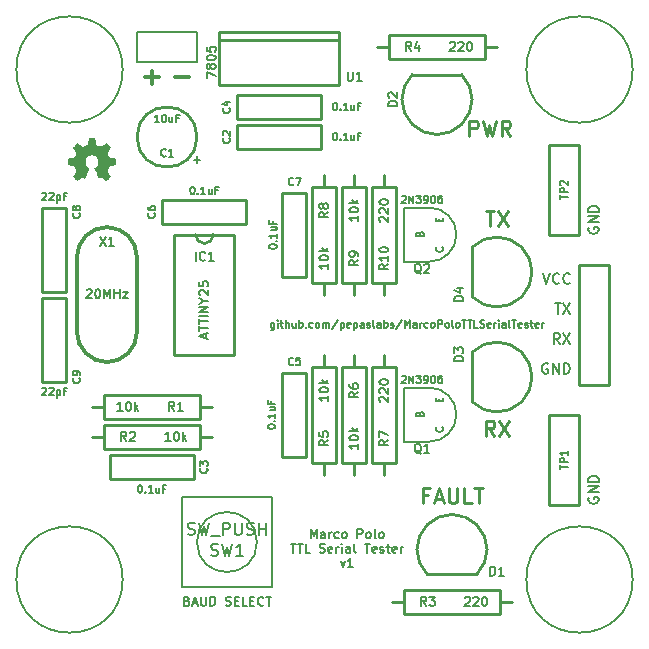
<source format=gto>
G04 (created by PCBNEW (2013-07-07 BZR 4022)-stable) date 5/22/2015 10:04:36 PM*
%MOIN*%
G04 Gerber Fmt 3.4, Leading zero omitted, Abs format*
%FSLAX34Y34*%
G01*
G70*
G90*
G04 APERTURE LIST*
%ADD10C,0.00590551*%
%ADD11C,0.01*%
%ADD12C,0.005*%
%ADD13C,0.006*%
%ADD14C,0.007*%
%ADD15C,0.012*%
%ADD16C,0.0125*%
%ADD17C,0.0001*%
%ADD18C,0.008*%
G04 APERTURE END LIST*
G54D10*
G54D11*
X83833Y-54452D02*
X83833Y-53952D01*
X84023Y-53952D01*
X84071Y-53976D01*
X84095Y-54000D01*
X84119Y-54047D01*
X84119Y-54119D01*
X84095Y-54166D01*
X84071Y-54190D01*
X84023Y-54214D01*
X83833Y-54214D01*
X84285Y-53952D02*
X84404Y-54452D01*
X84500Y-54095D01*
X84595Y-54452D01*
X84714Y-53952D01*
X85190Y-54452D02*
X85023Y-54214D01*
X84904Y-54452D02*
X84904Y-53952D01*
X85095Y-53952D01*
X85142Y-53976D01*
X85166Y-54000D01*
X85190Y-54047D01*
X85190Y-54119D01*
X85166Y-54166D01*
X85142Y-54190D01*
X85095Y-54214D01*
X84904Y-54214D01*
G54D12*
X77321Y-60684D02*
X77321Y-60886D01*
X77309Y-60910D01*
X77297Y-60922D01*
X77273Y-60934D01*
X77238Y-60934D01*
X77214Y-60922D01*
X77321Y-60839D02*
X77297Y-60851D01*
X77249Y-60851D01*
X77226Y-60839D01*
X77214Y-60827D01*
X77202Y-60803D01*
X77202Y-60732D01*
X77214Y-60708D01*
X77226Y-60696D01*
X77249Y-60684D01*
X77297Y-60684D01*
X77321Y-60696D01*
X77440Y-60851D02*
X77440Y-60684D01*
X77440Y-60601D02*
X77428Y-60613D01*
X77440Y-60625D01*
X77452Y-60613D01*
X77440Y-60601D01*
X77440Y-60625D01*
X77523Y-60684D02*
X77619Y-60684D01*
X77559Y-60601D02*
X77559Y-60815D01*
X77571Y-60839D01*
X77595Y-60851D01*
X77619Y-60851D01*
X77702Y-60851D02*
X77702Y-60601D01*
X77809Y-60851D02*
X77809Y-60720D01*
X77797Y-60696D01*
X77773Y-60684D01*
X77738Y-60684D01*
X77714Y-60696D01*
X77702Y-60708D01*
X78035Y-60684D02*
X78035Y-60851D01*
X77928Y-60684D02*
X77928Y-60815D01*
X77940Y-60839D01*
X77964Y-60851D01*
X77999Y-60851D01*
X78023Y-60839D01*
X78035Y-60827D01*
X78154Y-60851D02*
X78154Y-60601D01*
X78154Y-60696D02*
X78178Y-60684D01*
X78226Y-60684D01*
X78249Y-60696D01*
X78261Y-60708D01*
X78273Y-60732D01*
X78273Y-60803D01*
X78261Y-60827D01*
X78249Y-60839D01*
X78226Y-60851D01*
X78178Y-60851D01*
X78154Y-60839D01*
X78380Y-60827D02*
X78392Y-60839D01*
X78380Y-60851D01*
X78369Y-60839D01*
X78380Y-60827D01*
X78380Y-60851D01*
X78607Y-60839D02*
X78583Y-60851D01*
X78535Y-60851D01*
X78511Y-60839D01*
X78499Y-60827D01*
X78488Y-60803D01*
X78488Y-60732D01*
X78499Y-60708D01*
X78511Y-60696D01*
X78535Y-60684D01*
X78583Y-60684D01*
X78607Y-60696D01*
X78749Y-60851D02*
X78726Y-60839D01*
X78714Y-60827D01*
X78702Y-60803D01*
X78702Y-60732D01*
X78714Y-60708D01*
X78726Y-60696D01*
X78749Y-60684D01*
X78785Y-60684D01*
X78809Y-60696D01*
X78821Y-60708D01*
X78833Y-60732D01*
X78833Y-60803D01*
X78821Y-60827D01*
X78809Y-60839D01*
X78785Y-60851D01*
X78749Y-60851D01*
X78940Y-60851D02*
X78940Y-60684D01*
X78940Y-60708D02*
X78952Y-60696D01*
X78976Y-60684D01*
X79011Y-60684D01*
X79035Y-60696D01*
X79047Y-60720D01*
X79047Y-60851D01*
X79047Y-60720D02*
X79059Y-60696D01*
X79083Y-60684D01*
X79119Y-60684D01*
X79142Y-60696D01*
X79154Y-60720D01*
X79154Y-60851D01*
X79452Y-60589D02*
X79238Y-60910D01*
X79535Y-60684D02*
X79535Y-60934D01*
X79535Y-60696D02*
X79559Y-60684D01*
X79607Y-60684D01*
X79630Y-60696D01*
X79642Y-60708D01*
X79654Y-60732D01*
X79654Y-60803D01*
X79642Y-60827D01*
X79630Y-60839D01*
X79607Y-60851D01*
X79559Y-60851D01*
X79535Y-60839D01*
X79857Y-60839D02*
X79833Y-60851D01*
X79785Y-60851D01*
X79761Y-60839D01*
X79749Y-60815D01*
X79749Y-60720D01*
X79761Y-60696D01*
X79785Y-60684D01*
X79833Y-60684D01*
X79857Y-60696D01*
X79869Y-60720D01*
X79869Y-60744D01*
X79749Y-60767D01*
X79976Y-60684D02*
X79976Y-60934D01*
X79976Y-60696D02*
X79999Y-60684D01*
X80047Y-60684D01*
X80071Y-60696D01*
X80083Y-60708D01*
X80095Y-60732D01*
X80095Y-60803D01*
X80083Y-60827D01*
X80071Y-60839D01*
X80047Y-60851D01*
X79999Y-60851D01*
X79976Y-60839D01*
X80309Y-60851D02*
X80309Y-60720D01*
X80297Y-60696D01*
X80273Y-60684D01*
X80226Y-60684D01*
X80202Y-60696D01*
X80309Y-60839D02*
X80285Y-60851D01*
X80226Y-60851D01*
X80202Y-60839D01*
X80190Y-60815D01*
X80190Y-60791D01*
X80202Y-60767D01*
X80226Y-60755D01*
X80285Y-60755D01*
X80309Y-60744D01*
X80416Y-60839D02*
X80440Y-60851D01*
X80488Y-60851D01*
X80511Y-60839D01*
X80523Y-60815D01*
X80523Y-60803D01*
X80511Y-60779D01*
X80488Y-60767D01*
X80452Y-60767D01*
X80428Y-60755D01*
X80416Y-60732D01*
X80416Y-60720D01*
X80428Y-60696D01*
X80452Y-60684D01*
X80488Y-60684D01*
X80511Y-60696D01*
X80666Y-60851D02*
X80642Y-60839D01*
X80630Y-60815D01*
X80630Y-60601D01*
X80869Y-60851D02*
X80869Y-60720D01*
X80857Y-60696D01*
X80833Y-60684D01*
X80785Y-60684D01*
X80761Y-60696D01*
X80869Y-60839D02*
X80845Y-60851D01*
X80785Y-60851D01*
X80761Y-60839D01*
X80749Y-60815D01*
X80749Y-60791D01*
X80761Y-60767D01*
X80785Y-60755D01*
X80845Y-60755D01*
X80869Y-60744D01*
X80988Y-60851D02*
X80988Y-60601D01*
X80988Y-60696D02*
X81011Y-60684D01*
X81059Y-60684D01*
X81083Y-60696D01*
X81095Y-60708D01*
X81107Y-60732D01*
X81107Y-60803D01*
X81095Y-60827D01*
X81083Y-60839D01*
X81059Y-60851D01*
X81011Y-60851D01*
X80988Y-60839D01*
X81202Y-60839D02*
X81226Y-60851D01*
X81273Y-60851D01*
X81297Y-60839D01*
X81309Y-60815D01*
X81309Y-60803D01*
X81297Y-60779D01*
X81273Y-60767D01*
X81238Y-60767D01*
X81214Y-60755D01*
X81202Y-60732D01*
X81202Y-60720D01*
X81214Y-60696D01*
X81238Y-60684D01*
X81273Y-60684D01*
X81297Y-60696D01*
X81595Y-60589D02*
X81380Y-60910D01*
X81678Y-60851D02*
X81678Y-60601D01*
X81761Y-60779D01*
X81845Y-60601D01*
X81845Y-60851D01*
X82071Y-60851D02*
X82071Y-60720D01*
X82059Y-60696D01*
X82035Y-60684D01*
X81988Y-60684D01*
X81964Y-60696D01*
X82071Y-60839D02*
X82047Y-60851D01*
X81988Y-60851D01*
X81964Y-60839D01*
X81952Y-60815D01*
X81952Y-60791D01*
X81964Y-60767D01*
X81988Y-60755D01*
X82047Y-60755D01*
X82071Y-60744D01*
X82190Y-60851D02*
X82190Y-60684D01*
X82190Y-60732D02*
X82202Y-60708D01*
X82214Y-60696D01*
X82238Y-60684D01*
X82261Y-60684D01*
X82452Y-60839D02*
X82428Y-60851D01*
X82380Y-60851D01*
X82357Y-60839D01*
X82345Y-60827D01*
X82333Y-60803D01*
X82333Y-60732D01*
X82345Y-60708D01*
X82357Y-60696D01*
X82380Y-60684D01*
X82428Y-60684D01*
X82452Y-60696D01*
X82595Y-60851D02*
X82571Y-60839D01*
X82559Y-60827D01*
X82547Y-60803D01*
X82547Y-60732D01*
X82559Y-60708D01*
X82571Y-60696D01*
X82595Y-60684D01*
X82630Y-60684D01*
X82654Y-60696D01*
X82666Y-60708D01*
X82678Y-60732D01*
X82678Y-60803D01*
X82666Y-60827D01*
X82654Y-60839D01*
X82630Y-60851D01*
X82595Y-60851D01*
X82785Y-60851D02*
X82785Y-60601D01*
X82880Y-60601D01*
X82904Y-60613D01*
X82916Y-60625D01*
X82928Y-60648D01*
X82928Y-60684D01*
X82916Y-60708D01*
X82904Y-60720D01*
X82880Y-60732D01*
X82785Y-60732D01*
X83071Y-60851D02*
X83047Y-60839D01*
X83035Y-60827D01*
X83023Y-60803D01*
X83023Y-60732D01*
X83035Y-60708D01*
X83047Y-60696D01*
X83071Y-60684D01*
X83107Y-60684D01*
X83130Y-60696D01*
X83142Y-60708D01*
X83154Y-60732D01*
X83154Y-60803D01*
X83142Y-60827D01*
X83130Y-60839D01*
X83107Y-60851D01*
X83071Y-60851D01*
X83297Y-60851D02*
X83273Y-60839D01*
X83261Y-60815D01*
X83261Y-60601D01*
X83428Y-60851D02*
X83404Y-60839D01*
X83392Y-60827D01*
X83380Y-60803D01*
X83380Y-60732D01*
X83392Y-60708D01*
X83404Y-60696D01*
X83428Y-60684D01*
X83464Y-60684D01*
X83488Y-60696D01*
X83500Y-60708D01*
X83511Y-60732D01*
X83511Y-60803D01*
X83500Y-60827D01*
X83488Y-60839D01*
X83464Y-60851D01*
X83428Y-60851D01*
X83583Y-60601D02*
X83726Y-60601D01*
X83654Y-60851D02*
X83654Y-60601D01*
X83773Y-60601D02*
X83916Y-60601D01*
X83845Y-60851D02*
X83845Y-60601D01*
X84119Y-60851D02*
X84000Y-60851D01*
X84000Y-60601D01*
X84190Y-60839D02*
X84226Y-60851D01*
X84285Y-60851D01*
X84309Y-60839D01*
X84321Y-60827D01*
X84333Y-60803D01*
X84333Y-60779D01*
X84321Y-60755D01*
X84309Y-60744D01*
X84285Y-60732D01*
X84238Y-60720D01*
X84214Y-60708D01*
X84202Y-60696D01*
X84190Y-60672D01*
X84190Y-60648D01*
X84202Y-60625D01*
X84214Y-60613D01*
X84238Y-60601D01*
X84297Y-60601D01*
X84333Y-60613D01*
X84535Y-60839D02*
X84511Y-60851D01*
X84464Y-60851D01*
X84440Y-60839D01*
X84428Y-60815D01*
X84428Y-60720D01*
X84440Y-60696D01*
X84464Y-60684D01*
X84511Y-60684D01*
X84535Y-60696D01*
X84547Y-60720D01*
X84547Y-60744D01*
X84428Y-60767D01*
X84654Y-60851D02*
X84654Y-60684D01*
X84654Y-60732D02*
X84666Y-60708D01*
X84678Y-60696D01*
X84702Y-60684D01*
X84726Y-60684D01*
X84809Y-60851D02*
X84809Y-60684D01*
X84809Y-60601D02*
X84797Y-60613D01*
X84809Y-60625D01*
X84821Y-60613D01*
X84809Y-60601D01*
X84809Y-60625D01*
X85035Y-60851D02*
X85035Y-60720D01*
X85023Y-60696D01*
X85000Y-60684D01*
X84952Y-60684D01*
X84928Y-60696D01*
X85035Y-60839D02*
X85011Y-60851D01*
X84952Y-60851D01*
X84928Y-60839D01*
X84916Y-60815D01*
X84916Y-60791D01*
X84928Y-60767D01*
X84952Y-60755D01*
X85011Y-60755D01*
X85035Y-60744D01*
X85190Y-60851D02*
X85166Y-60839D01*
X85154Y-60815D01*
X85154Y-60601D01*
X85250Y-60601D02*
X85392Y-60601D01*
X85321Y-60851D02*
X85321Y-60601D01*
X85571Y-60839D02*
X85547Y-60851D01*
X85500Y-60851D01*
X85476Y-60839D01*
X85464Y-60815D01*
X85464Y-60720D01*
X85476Y-60696D01*
X85500Y-60684D01*
X85547Y-60684D01*
X85571Y-60696D01*
X85583Y-60720D01*
X85583Y-60744D01*
X85464Y-60767D01*
X85678Y-60839D02*
X85702Y-60851D01*
X85750Y-60851D01*
X85773Y-60839D01*
X85785Y-60815D01*
X85785Y-60803D01*
X85773Y-60779D01*
X85750Y-60767D01*
X85714Y-60767D01*
X85690Y-60755D01*
X85678Y-60732D01*
X85678Y-60720D01*
X85690Y-60696D01*
X85714Y-60684D01*
X85750Y-60684D01*
X85773Y-60696D01*
X85857Y-60684D02*
X85952Y-60684D01*
X85892Y-60601D02*
X85892Y-60815D01*
X85904Y-60839D01*
X85928Y-60851D01*
X85952Y-60851D01*
X86130Y-60839D02*
X86107Y-60851D01*
X86059Y-60851D01*
X86035Y-60839D01*
X86023Y-60815D01*
X86023Y-60720D01*
X86035Y-60696D01*
X86059Y-60684D01*
X86107Y-60684D01*
X86130Y-60696D01*
X86142Y-60720D01*
X86142Y-60744D01*
X86023Y-60767D01*
X86250Y-60851D02*
X86250Y-60684D01*
X86250Y-60732D02*
X86261Y-60708D01*
X86273Y-60696D01*
X86297Y-60684D01*
X86321Y-60684D01*
G54D13*
X78542Y-67871D02*
X78542Y-67571D01*
X78642Y-67785D01*
X78742Y-67571D01*
X78742Y-67871D01*
X79014Y-67871D02*
X79014Y-67714D01*
X78999Y-67685D01*
X78971Y-67671D01*
X78914Y-67671D01*
X78885Y-67685D01*
X79014Y-67857D02*
X78985Y-67871D01*
X78914Y-67871D01*
X78885Y-67857D01*
X78871Y-67828D01*
X78871Y-67800D01*
X78885Y-67771D01*
X78914Y-67757D01*
X78985Y-67757D01*
X79014Y-67742D01*
X79157Y-67871D02*
X79157Y-67671D01*
X79157Y-67728D02*
X79171Y-67700D01*
X79185Y-67685D01*
X79214Y-67671D01*
X79242Y-67671D01*
X79471Y-67857D02*
X79442Y-67871D01*
X79385Y-67871D01*
X79357Y-67857D01*
X79342Y-67842D01*
X79328Y-67814D01*
X79328Y-67728D01*
X79342Y-67700D01*
X79357Y-67685D01*
X79385Y-67671D01*
X79442Y-67671D01*
X79471Y-67685D01*
X79642Y-67871D02*
X79614Y-67857D01*
X79600Y-67842D01*
X79585Y-67814D01*
X79585Y-67728D01*
X79600Y-67700D01*
X79614Y-67685D01*
X79642Y-67671D01*
X79685Y-67671D01*
X79714Y-67685D01*
X79728Y-67700D01*
X79742Y-67728D01*
X79742Y-67814D01*
X79728Y-67842D01*
X79714Y-67857D01*
X79685Y-67871D01*
X79642Y-67871D01*
X80100Y-67871D02*
X80100Y-67571D01*
X80214Y-67571D01*
X80242Y-67585D01*
X80257Y-67600D01*
X80271Y-67628D01*
X80271Y-67671D01*
X80257Y-67700D01*
X80242Y-67714D01*
X80214Y-67728D01*
X80100Y-67728D01*
X80442Y-67871D02*
X80414Y-67857D01*
X80400Y-67842D01*
X80385Y-67814D01*
X80385Y-67728D01*
X80400Y-67700D01*
X80414Y-67685D01*
X80442Y-67671D01*
X80485Y-67671D01*
X80514Y-67685D01*
X80528Y-67700D01*
X80542Y-67728D01*
X80542Y-67814D01*
X80528Y-67842D01*
X80514Y-67857D01*
X80485Y-67871D01*
X80442Y-67871D01*
X80714Y-67871D02*
X80685Y-67857D01*
X80671Y-67828D01*
X80671Y-67571D01*
X80871Y-67871D02*
X80842Y-67857D01*
X80828Y-67842D01*
X80814Y-67814D01*
X80814Y-67728D01*
X80828Y-67700D01*
X80842Y-67685D01*
X80871Y-67671D01*
X80914Y-67671D01*
X80942Y-67685D01*
X80957Y-67700D01*
X80971Y-67728D01*
X80971Y-67814D01*
X80957Y-67842D01*
X80942Y-67857D01*
X80914Y-67871D01*
X80871Y-67871D01*
X77878Y-68051D02*
X78050Y-68051D01*
X77964Y-68351D02*
X77964Y-68051D01*
X78107Y-68051D02*
X78278Y-68051D01*
X78192Y-68351D02*
X78192Y-68051D01*
X78521Y-68351D02*
X78378Y-68351D01*
X78378Y-68051D01*
X78835Y-68337D02*
X78878Y-68351D01*
X78950Y-68351D01*
X78978Y-68337D01*
X78992Y-68322D01*
X79007Y-68294D01*
X79007Y-68265D01*
X78992Y-68237D01*
X78978Y-68222D01*
X78950Y-68208D01*
X78892Y-68194D01*
X78864Y-68180D01*
X78850Y-68165D01*
X78835Y-68137D01*
X78835Y-68108D01*
X78850Y-68080D01*
X78864Y-68065D01*
X78892Y-68051D01*
X78964Y-68051D01*
X79007Y-68065D01*
X79249Y-68337D02*
X79221Y-68351D01*
X79164Y-68351D01*
X79135Y-68337D01*
X79121Y-68308D01*
X79121Y-68194D01*
X79135Y-68165D01*
X79164Y-68151D01*
X79221Y-68151D01*
X79249Y-68165D01*
X79264Y-68194D01*
X79264Y-68222D01*
X79121Y-68251D01*
X79392Y-68351D02*
X79392Y-68151D01*
X79392Y-68208D02*
X79407Y-68180D01*
X79421Y-68165D01*
X79449Y-68151D01*
X79478Y-68151D01*
X79578Y-68351D02*
X79578Y-68151D01*
X79578Y-68051D02*
X79564Y-68065D01*
X79578Y-68080D01*
X79592Y-68065D01*
X79578Y-68051D01*
X79578Y-68080D01*
X79849Y-68351D02*
X79849Y-68194D01*
X79835Y-68165D01*
X79807Y-68151D01*
X79749Y-68151D01*
X79721Y-68165D01*
X79849Y-68337D02*
X79821Y-68351D01*
X79749Y-68351D01*
X79721Y-68337D01*
X79707Y-68308D01*
X79707Y-68280D01*
X79721Y-68251D01*
X79749Y-68237D01*
X79821Y-68237D01*
X79849Y-68222D01*
X80035Y-68351D02*
X80007Y-68337D01*
X79992Y-68308D01*
X79992Y-68051D01*
X80335Y-68051D02*
X80507Y-68051D01*
X80421Y-68351D02*
X80421Y-68051D01*
X80721Y-68337D02*
X80692Y-68351D01*
X80635Y-68351D01*
X80607Y-68337D01*
X80592Y-68308D01*
X80592Y-68194D01*
X80607Y-68165D01*
X80635Y-68151D01*
X80692Y-68151D01*
X80721Y-68165D01*
X80735Y-68194D01*
X80735Y-68222D01*
X80592Y-68251D01*
X80849Y-68337D02*
X80878Y-68351D01*
X80935Y-68351D01*
X80964Y-68337D01*
X80978Y-68308D01*
X80978Y-68294D01*
X80964Y-68265D01*
X80935Y-68251D01*
X80892Y-68251D01*
X80864Y-68237D01*
X80849Y-68208D01*
X80849Y-68194D01*
X80864Y-68165D01*
X80892Y-68151D01*
X80935Y-68151D01*
X80964Y-68165D01*
X81064Y-68151D02*
X81178Y-68151D01*
X81107Y-68051D02*
X81107Y-68308D01*
X81121Y-68337D01*
X81149Y-68351D01*
X81178Y-68351D01*
X81392Y-68337D02*
X81364Y-68351D01*
X81307Y-68351D01*
X81278Y-68337D01*
X81264Y-68308D01*
X81264Y-68194D01*
X81278Y-68165D01*
X81307Y-68151D01*
X81364Y-68151D01*
X81392Y-68165D01*
X81407Y-68194D01*
X81407Y-68222D01*
X81264Y-68251D01*
X81535Y-68351D02*
X81535Y-68151D01*
X81535Y-68208D02*
X81549Y-68180D01*
X81564Y-68165D01*
X81592Y-68151D01*
X81621Y-68151D01*
X79535Y-68631D02*
X79607Y-68831D01*
X79678Y-68631D01*
X79950Y-68831D02*
X79778Y-68831D01*
X79864Y-68831D02*
X79864Y-68531D01*
X79835Y-68574D01*
X79807Y-68602D01*
X79778Y-68617D01*
G54D11*
X84666Y-64452D02*
X84500Y-64214D01*
X84380Y-64452D02*
X84380Y-63952D01*
X84571Y-63952D01*
X84619Y-63976D01*
X84642Y-64000D01*
X84666Y-64047D01*
X84666Y-64119D01*
X84642Y-64166D01*
X84619Y-64190D01*
X84571Y-64214D01*
X84380Y-64214D01*
X84833Y-63952D02*
X85166Y-64452D01*
X85166Y-63952D02*
X84833Y-64452D01*
X84369Y-56952D02*
X84654Y-56952D01*
X84511Y-57452D02*
X84511Y-56952D01*
X84773Y-56952D02*
X85107Y-57452D01*
X85107Y-56952D02*
X84773Y-57452D01*
G54D13*
X74421Y-69964D02*
X74464Y-69978D01*
X74478Y-69992D01*
X74492Y-70021D01*
X74492Y-70064D01*
X74478Y-70092D01*
X74464Y-70107D01*
X74435Y-70121D01*
X74321Y-70121D01*
X74321Y-69821D01*
X74421Y-69821D01*
X74450Y-69835D01*
X74464Y-69850D01*
X74478Y-69878D01*
X74478Y-69907D01*
X74464Y-69935D01*
X74450Y-69950D01*
X74421Y-69964D01*
X74321Y-69964D01*
X74607Y-70035D02*
X74750Y-70035D01*
X74578Y-70121D02*
X74678Y-69821D01*
X74778Y-70121D01*
X74878Y-69821D02*
X74878Y-70064D01*
X74892Y-70092D01*
X74907Y-70107D01*
X74935Y-70121D01*
X74992Y-70121D01*
X75021Y-70107D01*
X75035Y-70092D01*
X75050Y-70064D01*
X75050Y-69821D01*
X75192Y-70121D02*
X75192Y-69821D01*
X75264Y-69821D01*
X75307Y-69835D01*
X75335Y-69864D01*
X75350Y-69892D01*
X75364Y-69950D01*
X75364Y-69992D01*
X75350Y-70050D01*
X75335Y-70078D01*
X75307Y-70107D01*
X75264Y-70121D01*
X75192Y-70121D01*
X75707Y-70107D02*
X75750Y-70121D01*
X75821Y-70121D01*
X75850Y-70107D01*
X75864Y-70092D01*
X75878Y-70064D01*
X75878Y-70035D01*
X75864Y-70007D01*
X75850Y-69992D01*
X75821Y-69978D01*
X75764Y-69964D01*
X75735Y-69950D01*
X75721Y-69935D01*
X75707Y-69907D01*
X75707Y-69878D01*
X75721Y-69850D01*
X75735Y-69835D01*
X75764Y-69821D01*
X75835Y-69821D01*
X75878Y-69835D01*
X76007Y-69964D02*
X76107Y-69964D01*
X76150Y-70121D02*
X76007Y-70121D01*
X76007Y-69821D01*
X76150Y-69821D01*
X76421Y-70121D02*
X76278Y-70121D01*
X76278Y-69821D01*
X76521Y-69964D02*
X76621Y-69964D01*
X76664Y-70121D02*
X76521Y-70121D01*
X76521Y-69821D01*
X76664Y-69821D01*
X76964Y-70092D02*
X76950Y-70107D01*
X76907Y-70121D01*
X76878Y-70121D01*
X76835Y-70107D01*
X76807Y-70078D01*
X76792Y-70050D01*
X76778Y-69992D01*
X76778Y-69950D01*
X76792Y-69892D01*
X76807Y-69864D01*
X76835Y-69835D01*
X76878Y-69821D01*
X76907Y-69821D01*
X76950Y-69835D01*
X76964Y-69850D01*
X77050Y-69821D02*
X77221Y-69821D01*
X77135Y-70121D02*
X77135Y-69821D01*
G54D11*
X82452Y-66440D02*
X82285Y-66440D01*
X82285Y-66702D02*
X82285Y-66202D01*
X82523Y-66202D01*
X82690Y-66559D02*
X82928Y-66559D01*
X82642Y-66702D02*
X82809Y-66202D01*
X82976Y-66702D01*
X83142Y-66202D02*
X83142Y-66607D01*
X83166Y-66654D01*
X83190Y-66678D01*
X83238Y-66702D01*
X83333Y-66702D01*
X83380Y-66678D01*
X83404Y-66654D01*
X83428Y-66607D01*
X83428Y-66202D01*
X83904Y-66702D02*
X83666Y-66702D01*
X83666Y-66202D01*
X83999Y-66202D02*
X84285Y-66202D01*
X84142Y-66702D02*
X84142Y-66202D01*
G54D14*
X87808Y-66516D02*
X87791Y-66549D01*
X87791Y-66599D01*
X87808Y-66649D01*
X87841Y-66683D01*
X87875Y-66699D01*
X87941Y-66716D01*
X87991Y-66716D01*
X88058Y-66699D01*
X88091Y-66683D01*
X88125Y-66649D01*
X88141Y-66599D01*
X88141Y-66566D01*
X88125Y-66516D01*
X88108Y-66499D01*
X87991Y-66499D01*
X87991Y-66566D01*
X88141Y-66349D02*
X87791Y-66349D01*
X88141Y-66149D01*
X87791Y-66149D01*
X88141Y-65983D02*
X87791Y-65983D01*
X87791Y-65900D01*
X87808Y-65850D01*
X87841Y-65816D01*
X87875Y-65800D01*
X87941Y-65783D01*
X87991Y-65783D01*
X88058Y-65800D01*
X88091Y-65816D01*
X88125Y-65850D01*
X88141Y-65900D01*
X88141Y-65983D01*
X87808Y-57516D02*
X87791Y-57549D01*
X87791Y-57599D01*
X87808Y-57649D01*
X87841Y-57683D01*
X87875Y-57699D01*
X87941Y-57716D01*
X87991Y-57716D01*
X88058Y-57699D01*
X88091Y-57683D01*
X88125Y-57649D01*
X88141Y-57599D01*
X88141Y-57566D01*
X88125Y-57516D01*
X88108Y-57499D01*
X87991Y-57499D01*
X87991Y-57566D01*
X88141Y-57349D02*
X87791Y-57349D01*
X88141Y-57149D01*
X87791Y-57149D01*
X88141Y-56983D02*
X87791Y-56983D01*
X87791Y-56900D01*
X87808Y-56850D01*
X87841Y-56816D01*
X87875Y-56800D01*
X87941Y-56783D01*
X87991Y-56783D01*
X88058Y-56800D01*
X88091Y-56816D01*
X88125Y-56850D01*
X88141Y-56900D01*
X88141Y-56983D01*
X86450Y-62058D02*
X86416Y-62041D01*
X86366Y-62041D01*
X86316Y-62058D01*
X86283Y-62091D01*
X86266Y-62125D01*
X86250Y-62191D01*
X86250Y-62241D01*
X86266Y-62308D01*
X86283Y-62341D01*
X86316Y-62375D01*
X86366Y-62391D01*
X86400Y-62391D01*
X86450Y-62375D01*
X86466Y-62358D01*
X86466Y-62241D01*
X86400Y-62241D01*
X86616Y-62391D02*
X86616Y-62041D01*
X86816Y-62391D01*
X86816Y-62041D01*
X86983Y-62391D02*
X86983Y-62041D01*
X87066Y-62041D01*
X87116Y-62058D01*
X87150Y-62091D01*
X87166Y-62125D01*
X87183Y-62191D01*
X87183Y-62241D01*
X87166Y-62308D01*
X87150Y-62341D01*
X87116Y-62375D01*
X87066Y-62391D01*
X86983Y-62391D01*
X86850Y-61391D02*
X86733Y-61225D01*
X86650Y-61391D02*
X86650Y-61041D01*
X86783Y-61041D01*
X86816Y-61058D01*
X86833Y-61075D01*
X86850Y-61108D01*
X86850Y-61158D01*
X86833Y-61191D01*
X86816Y-61208D01*
X86783Y-61225D01*
X86650Y-61225D01*
X86966Y-61041D02*
X87200Y-61391D01*
X87200Y-61041D02*
X86966Y-61391D01*
X86683Y-60041D02*
X86883Y-60041D01*
X86783Y-60391D02*
X86783Y-60041D01*
X86966Y-60041D02*
X87200Y-60391D01*
X87200Y-60041D02*
X86966Y-60391D01*
X86283Y-59041D02*
X86400Y-59391D01*
X86516Y-59041D01*
X86833Y-59358D02*
X86816Y-59375D01*
X86766Y-59391D01*
X86733Y-59391D01*
X86683Y-59375D01*
X86650Y-59341D01*
X86633Y-59308D01*
X86616Y-59241D01*
X86616Y-59191D01*
X86633Y-59125D01*
X86650Y-59091D01*
X86683Y-59058D01*
X86733Y-59041D01*
X86766Y-59041D01*
X86816Y-59058D01*
X86833Y-59075D01*
X87183Y-59358D02*
X87166Y-59375D01*
X87116Y-59391D01*
X87083Y-59391D01*
X87033Y-59375D01*
X87000Y-59341D01*
X86983Y-59308D01*
X86966Y-59241D01*
X86966Y-59191D01*
X86983Y-59125D01*
X87000Y-59091D01*
X87033Y-59058D01*
X87083Y-59041D01*
X87116Y-59041D01*
X87166Y-59058D01*
X87183Y-59075D01*
G54D15*
X74021Y-52514D02*
X74478Y-52514D01*
X73021Y-52514D02*
X73478Y-52514D01*
X73250Y-52742D02*
X73250Y-52285D01*
G54D10*
X82500Y-62850D02*
X81650Y-62850D01*
X81650Y-62850D02*
X81650Y-64650D01*
X81650Y-64650D02*
X82500Y-64650D01*
X82500Y-64650D02*
G75*
G03X83400Y-63750I0J900D01*
G74*
G01*
X83400Y-63750D02*
G75*
G03X82500Y-62850I-900J0D01*
G74*
G01*
X82500Y-56850D02*
X81650Y-56850D01*
X81650Y-56850D02*
X81650Y-58650D01*
X81650Y-58650D02*
X82500Y-58650D01*
X82500Y-58650D02*
G75*
G03X83400Y-57750I0J900D01*
G74*
G01*
X83400Y-57750D02*
G75*
G03X82500Y-56850I-900J0D01*
G74*
G01*
G54D11*
X75500Y-51250D02*
X75500Y-51000D01*
X75500Y-51000D02*
X79500Y-51000D01*
X79500Y-51000D02*
X79500Y-51250D01*
X75500Y-52750D02*
X75500Y-51250D01*
X75500Y-51250D02*
X79500Y-51250D01*
X79500Y-51250D02*
X79500Y-52750D01*
X79500Y-52750D02*
X75500Y-52750D01*
G54D12*
X76750Y-68000D02*
G75*
G03X76750Y-68000I-1000J0D01*
G74*
G01*
X77250Y-69500D02*
X74250Y-69500D01*
X74250Y-69500D02*
X74250Y-66500D01*
X74250Y-66500D02*
X77250Y-66500D01*
X77250Y-69500D02*
X77250Y-66500D01*
G54D11*
X80000Y-61750D02*
X80000Y-62150D01*
X80000Y-62150D02*
X80400Y-62150D01*
X80400Y-62150D02*
X80400Y-65350D01*
X80400Y-65350D02*
X79600Y-65350D01*
X79600Y-65350D02*
X79600Y-62150D01*
X79600Y-62150D02*
X80000Y-62150D01*
X80000Y-65750D02*
X80000Y-65350D01*
X71250Y-64500D02*
X71650Y-64500D01*
X71650Y-64500D02*
X71650Y-64100D01*
X71650Y-64100D02*
X74850Y-64100D01*
X74850Y-64100D02*
X74850Y-64900D01*
X74850Y-64900D02*
X71650Y-64900D01*
X71650Y-64900D02*
X71650Y-64500D01*
X75250Y-64500D02*
X74850Y-64500D01*
X75250Y-63500D02*
X74850Y-63500D01*
X74850Y-63500D02*
X74850Y-63900D01*
X74850Y-63900D02*
X71650Y-63900D01*
X71650Y-63900D02*
X71650Y-63100D01*
X71650Y-63100D02*
X74850Y-63100D01*
X74850Y-63100D02*
X74850Y-63500D01*
X71250Y-63500D02*
X71650Y-63500D01*
X81250Y-70000D02*
X81650Y-70000D01*
X81650Y-70000D02*
X81650Y-69600D01*
X81650Y-69600D02*
X84850Y-69600D01*
X84850Y-69600D02*
X84850Y-70400D01*
X84850Y-70400D02*
X81650Y-70400D01*
X81650Y-70400D02*
X81650Y-70000D01*
X85250Y-70000D02*
X84850Y-70000D01*
X81000Y-65750D02*
X81000Y-65350D01*
X81000Y-65350D02*
X80600Y-65350D01*
X80600Y-65350D02*
X80600Y-62150D01*
X80600Y-62150D02*
X81400Y-62150D01*
X81400Y-62150D02*
X81400Y-65350D01*
X81400Y-65350D02*
X81000Y-65350D01*
X81000Y-61750D02*
X81000Y-62150D01*
X79000Y-65750D02*
X79000Y-65350D01*
X79000Y-65350D02*
X78600Y-65350D01*
X78600Y-65350D02*
X78600Y-62150D01*
X78600Y-62150D02*
X79400Y-62150D01*
X79400Y-62150D02*
X79400Y-65350D01*
X79400Y-65350D02*
X79000Y-65350D01*
X79000Y-61750D02*
X79000Y-62150D01*
X81000Y-59750D02*
X81000Y-59350D01*
X81000Y-59350D02*
X80600Y-59350D01*
X80600Y-59350D02*
X80600Y-56150D01*
X80600Y-56150D02*
X81400Y-56150D01*
X81400Y-56150D02*
X81400Y-59350D01*
X81400Y-59350D02*
X81000Y-59350D01*
X81000Y-55750D02*
X81000Y-56150D01*
X80000Y-59750D02*
X80000Y-59350D01*
X80000Y-59350D02*
X79600Y-59350D01*
X79600Y-59350D02*
X79600Y-56150D01*
X79600Y-56150D02*
X80400Y-56150D01*
X80400Y-56150D02*
X80400Y-59350D01*
X80400Y-59350D02*
X80000Y-59350D01*
X80000Y-55750D02*
X80000Y-56150D01*
X79000Y-55750D02*
X79000Y-56150D01*
X79000Y-56150D02*
X79400Y-56150D01*
X79400Y-56150D02*
X79400Y-59350D01*
X79400Y-59350D02*
X78600Y-59350D01*
X78600Y-59350D02*
X78600Y-56150D01*
X78600Y-56150D02*
X79000Y-56150D01*
X79000Y-59750D02*
X79000Y-59350D01*
X80750Y-51500D02*
X81150Y-51500D01*
X81150Y-51500D02*
X81150Y-51100D01*
X81150Y-51100D02*
X84350Y-51100D01*
X84350Y-51100D02*
X84350Y-51900D01*
X84350Y-51900D02*
X81150Y-51900D01*
X81150Y-51900D02*
X81150Y-51500D01*
X84750Y-51500D02*
X84350Y-51500D01*
X87500Y-62750D02*
X87500Y-58750D01*
X88500Y-62750D02*
X88500Y-58750D01*
X88500Y-58750D02*
X87500Y-58750D01*
X87500Y-62750D02*
X88500Y-62750D01*
G54D13*
X72750Y-52000D02*
X72750Y-51000D01*
X72750Y-51000D02*
X74750Y-51000D01*
X74750Y-51000D02*
X74750Y-52000D01*
X74750Y-52000D02*
X72750Y-52000D01*
G54D16*
X70750Y-58500D02*
X70750Y-61000D01*
X72750Y-58500D02*
X72750Y-61000D01*
X71750Y-62000D02*
G75*
G03X72750Y-61000I0J1000D01*
G74*
G01*
X70750Y-61000D02*
G75*
G03X71750Y-62000I1000J0D01*
G74*
G01*
X72750Y-58500D02*
G75*
G03X71750Y-57500I-1000J0D01*
G74*
G01*
X71750Y-57500D02*
G75*
G03X70750Y-58500I0J-1000D01*
G74*
G01*
G54D11*
X74750Y-54500D02*
G75*
G03X74750Y-54500I-1000J0D01*
G74*
G01*
X75000Y-58050D02*
G75*
G03X75300Y-57750I0J300D01*
G74*
G01*
X74700Y-57750D02*
G75*
G03X75000Y-58050I300J0D01*
G74*
G01*
X76000Y-57750D02*
X76000Y-61750D01*
X76000Y-61750D02*
X74000Y-61750D01*
X74000Y-61750D02*
X74000Y-57750D01*
X74000Y-57750D02*
X76000Y-57750D01*
X77600Y-65150D02*
X77600Y-62350D01*
X77600Y-62350D02*
X78400Y-62350D01*
X78400Y-62350D02*
X78400Y-65150D01*
X78400Y-65150D02*
X77600Y-65150D01*
X76400Y-57400D02*
X73600Y-57400D01*
X73600Y-57400D02*
X73600Y-56600D01*
X73600Y-56600D02*
X76400Y-56600D01*
X76400Y-56600D02*
X76400Y-57400D01*
X76100Y-54100D02*
X78900Y-54100D01*
X78900Y-54100D02*
X78900Y-54900D01*
X78900Y-54900D02*
X76100Y-54900D01*
X76100Y-54900D02*
X76100Y-54100D01*
X74650Y-65900D02*
X71850Y-65900D01*
X71850Y-65900D02*
X71850Y-65100D01*
X71850Y-65100D02*
X74650Y-65100D01*
X74650Y-65100D02*
X74650Y-65900D01*
X69600Y-59650D02*
X69600Y-56850D01*
X69600Y-56850D02*
X70400Y-56850D01*
X70400Y-56850D02*
X70400Y-59650D01*
X70400Y-59650D02*
X69600Y-59650D01*
X70400Y-59850D02*
X70400Y-62650D01*
X70400Y-62650D02*
X69600Y-62650D01*
X69600Y-62650D02*
X69600Y-59850D01*
X69600Y-59850D02*
X70400Y-59850D01*
X78400Y-56350D02*
X78400Y-59150D01*
X78400Y-59150D02*
X77600Y-59150D01*
X77600Y-59150D02*
X77600Y-56350D01*
X77600Y-56350D02*
X78400Y-56350D01*
X78900Y-53900D02*
X76100Y-53900D01*
X76100Y-53900D02*
X76100Y-53100D01*
X76100Y-53100D02*
X78900Y-53100D01*
X78900Y-53100D02*
X78900Y-53900D01*
G54D10*
X89271Y-69250D02*
G75*
G03X89271Y-69250I-1771J0D01*
G74*
G01*
X72271Y-69250D02*
G75*
G03X72271Y-69250I-1771J0D01*
G74*
G01*
X72271Y-52250D02*
G75*
G03X72271Y-52250I-1771J0D01*
G74*
G01*
X89271Y-52250D02*
G75*
G03X89271Y-52250I-1771J0D01*
G74*
G01*
G54D11*
X81923Y-52423D02*
X83576Y-52423D01*
X83576Y-54076D02*
G75*
G03X83576Y-52423I-826J826D01*
G74*
G01*
X81923Y-54076D02*
G75*
G03X83576Y-54076I826J826D01*
G74*
G01*
X81923Y-52423D02*
G75*
G03X81923Y-54076I826J-826D01*
G74*
G01*
X83923Y-59826D02*
X83923Y-58173D01*
X85576Y-58173D02*
G75*
G03X83923Y-58173I-826J-826D01*
G74*
G01*
X85576Y-59826D02*
G75*
G03X85576Y-58173I-826J826D01*
G74*
G01*
X83923Y-59826D02*
G75*
G03X85576Y-59826I826J826D01*
G74*
G01*
X83923Y-63326D02*
X83923Y-61673D01*
X85576Y-61673D02*
G75*
G03X83923Y-61673I-826J-826D01*
G74*
G01*
X85576Y-63326D02*
G75*
G03X85576Y-61673I-826J826D01*
G74*
G01*
X83923Y-63326D02*
G75*
G03X85576Y-63326I826J826D01*
G74*
G01*
X84076Y-69076D02*
X82423Y-69076D01*
X82423Y-67423D02*
G75*
G03X82423Y-69076I826J-826D01*
G74*
G01*
X84076Y-67423D02*
G75*
G03X82423Y-67423I-826J-826D01*
G74*
G01*
X84076Y-69076D02*
G75*
G03X84076Y-67423I-826J826D01*
G74*
G01*
X86500Y-54750D02*
X86500Y-57750D01*
X87500Y-54750D02*
X86500Y-54750D01*
X87500Y-57750D02*
X86500Y-57750D01*
X87500Y-54750D02*
X87500Y-57750D01*
X86500Y-63750D02*
X86500Y-66750D01*
X87500Y-63750D02*
X86500Y-63750D01*
X87500Y-66750D02*
X86500Y-66750D01*
X87500Y-63750D02*
X87500Y-66750D01*
G54D17*
G36*
X70773Y-55957D02*
X70781Y-55953D01*
X70800Y-55941D01*
X70826Y-55924D01*
X70857Y-55903D01*
X70888Y-55882D01*
X70914Y-55865D01*
X70932Y-55853D01*
X70939Y-55849D01*
X70943Y-55850D01*
X70958Y-55858D01*
X70980Y-55869D01*
X70992Y-55875D01*
X71012Y-55884D01*
X71022Y-55886D01*
X71023Y-55883D01*
X71031Y-55868D01*
X71042Y-55842D01*
X71057Y-55808D01*
X71074Y-55768D01*
X71092Y-55725D01*
X71110Y-55681D01*
X71128Y-55639D01*
X71143Y-55601D01*
X71156Y-55571D01*
X71164Y-55549D01*
X71167Y-55540D01*
X71166Y-55538D01*
X71156Y-55529D01*
X71139Y-55516D01*
X71101Y-55485D01*
X71065Y-55439D01*
X71042Y-55387D01*
X71035Y-55329D01*
X71041Y-55276D01*
X71062Y-55225D01*
X71098Y-55178D01*
X71142Y-55144D01*
X71193Y-55122D01*
X71250Y-55115D01*
X71305Y-55121D01*
X71357Y-55142D01*
X71404Y-55177D01*
X71423Y-55200D01*
X71450Y-55247D01*
X71466Y-55297D01*
X71467Y-55309D01*
X71465Y-55365D01*
X71449Y-55418D01*
X71420Y-55465D01*
X71379Y-55504D01*
X71374Y-55508D01*
X71355Y-55522D01*
X71343Y-55531D01*
X71333Y-55539D01*
X71403Y-55709D01*
X71414Y-55736D01*
X71434Y-55782D01*
X71451Y-55822D01*
X71464Y-55854D01*
X71474Y-55875D01*
X71478Y-55884D01*
X71478Y-55884D01*
X71484Y-55885D01*
X71497Y-55880D01*
X71521Y-55869D01*
X71537Y-55861D01*
X71555Y-55852D01*
X71563Y-55849D01*
X71570Y-55853D01*
X71587Y-55864D01*
X71612Y-55881D01*
X71642Y-55901D01*
X71671Y-55921D01*
X71698Y-55939D01*
X71717Y-55951D01*
X71727Y-55956D01*
X71728Y-55956D01*
X71736Y-55951D01*
X71752Y-55939D01*
X71775Y-55917D01*
X71807Y-55885D01*
X71812Y-55880D01*
X71839Y-55852D01*
X71861Y-55829D01*
X71876Y-55813D01*
X71881Y-55806D01*
X71881Y-55806D01*
X71876Y-55796D01*
X71864Y-55777D01*
X71846Y-55750D01*
X71825Y-55719D01*
X71769Y-55637D01*
X71800Y-55560D01*
X71809Y-55537D01*
X71821Y-55508D01*
X71830Y-55488D01*
X71835Y-55479D01*
X71843Y-55476D01*
X71864Y-55471D01*
X71895Y-55464D01*
X71931Y-55458D01*
X71966Y-55451D01*
X71997Y-55445D01*
X72020Y-55441D01*
X72030Y-55439D01*
X72032Y-55437D01*
X72034Y-55432D01*
X72036Y-55422D01*
X72036Y-55403D01*
X72037Y-55373D01*
X72037Y-55329D01*
X72037Y-55325D01*
X72036Y-55283D01*
X72036Y-55250D01*
X72035Y-55229D01*
X72033Y-55221D01*
X72033Y-55221D01*
X72023Y-55218D01*
X72001Y-55214D01*
X71970Y-55207D01*
X71932Y-55200D01*
X71930Y-55200D01*
X71893Y-55193D01*
X71862Y-55186D01*
X71840Y-55181D01*
X71831Y-55178D01*
X71829Y-55176D01*
X71821Y-55161D01*
X71810Y-55138D01*
X71798Y-55110D01*
X71786Y-55081D01*
X71775Y-55054D01*
X71768Y-55035D01*
X71766Y-55026D01*
X71766Y-55026D01*
X71772Y-55017D01*
X71785Y-54997D01*
X71803Y-54971D01*
X71825Y-54939D01*
X71826Y-54936D01*
X71848Y-54905D01*
X71865Y-54878D01*
X71877Y-54859D01*
X71881Y-54851D01*
X71881Y-54850D01*
X71874Y-54841D01*
X71858Y-54823D01*
X71835Y-54799D01*
X71807Y-54771D01*
X71798Y-54763D01*
X71768Y-54733D01*
X71747Y-54713D01*
X71733Y-54703D01*
X71727Y-54700D01*
X71727Y-54701D01*
X71717Y-54706D01*
X71697Y-54719D01*
X71670Y-54738D01*
X71638Y-54759D01*
X71636Y-54761D01*
X71605Y-54782D01*
X71579Y-54800D01*
X71560Y-54812D01*
X71552Y-54817D01*
X71550Y-54817D01*
X71538Y-54813D01*
X71515Y-54806D01*
X71488Y-54795D01*
X71459Y-54783D01*
X71432Y-54772D01*
X71412Y-54763D01*
X71403Y-54758D01*
X71403Y-54757D01*
X71399Y-54746D01*
X71394Y-54722D01*
X71387Y-54690D01*
X71380Y-54651D01*
X71379Y-54645D01*
X71372Y-54608D01*
X71366Y-54577D01*
X71361Y-54555D01*
X71359Y-54546D01*
X71354Y-54545D01*
X71335Y-54544D01*
X71307Y-54543D01*
X71273Y-54543D01*
X71238Y-54543D01*
X71204Y-54544D01*
X71174Y-54545D01*
X71153Y-54546D01*
X71144Y-54548D01*
X71143Y-54549D01*
X71140Y-54560D01*
X71135Y-54584D01*
X71128Y-54616D01*
X71121Y-54655D01*
X71120Y-54662D01*
X71113Y-54699D01*
X71106Y-54730D01*
X71102Y-54751D01*
X71099Y-54759D01*
X71096Y-54761D01*
X71081Y-54768D01*
X71056Y-54778D01*
X71024Y-54791D01*
X70952Y-54820D01*
X70864Y-54759D01*
X70856Y-54754D01*
X70824Y-54732D01*
X70798Y-54715D01*
X70780Y-54703D01*
X70772Y-54699D01*
X70772Y-54699D01*
X70763Y-54707D01*
X70745Y-54723D01*
X70721Y-54747D01*
X70694Y-54774D01*
X70673Y-54795D01*
X70649Y-54820D01*
X70633Y-54836D01*
X70625Y-54847D01*
X70622Y-54854D01*
X70623Y-54858D01*
X70628Y-54867D01*
X70641Y-54886D01*
X70659Y-54913D01*
X70681Y-54944D01*
X70699Y-54971D01*
X70718Y-55000D01*
X70730Y-55021D01*
X70735Y-55032D01*
X70734Y-55036D01*
X70727Y-55053D01*
X70717Y-55080D01*
X70704Y-55111D01*
X70673Y-55181D01*
X70627Y-55189D01*
X70599Y-55195D01*
X70560Y-55202D01*
X70523Y-55209D01*
X70465Y-55221D01*
X70463Y-55433D01*
X70472Y-55437D01*
X70481Y-55440D01*
X70502Y-55444D01*
X70533Y-55450D01*
X70569Y-55457D01*
X70600Y-55463D01*
X70631Y-55469D01*
X70653Y-55473D01*
X70663Y-55475D01*
X70666Y-55479D01*
X70674Y-55494D01*
X70685Y-55518D01*
X70697Y-55547D01*
X70709Y-55576D01*
X70720Y-55604D01*
X70728Y-55625D01*
X70731Y-55636D01*
X70727Y-55644D01*
X70715Y-55662D01*
X70698Y-55688D01*
X70677Y-55719D01*
X70655Y-55750D01*
X70638Y-55777D01*
X70625Y-55796D01*
X70620Y-55804D01*
X70623Y-55810D01*
X70635Y-55825D01*
X70658Y-55849D01*
X70693Y-55884D01*
X70699Y-55889D01*
X70726Y-55916D01*
X70750Y-55937D01*
X70766Y-55952D01*
X70773Y-55957D01*
X70773Y-55957D01*
G37*
G54D13*
X82221Y-65050D02*
X82192Y-65035D01*
X82164Y-65007D01*
X82121Y-64964D01*
X82092Y-64950D01*
X82064Y-64950D01*
X82078Y-65021D02*
X82050Y-65007D01*
X82021Y-64978D01*
X82007Y-64921D01*
X82007Y-64821D01*
X82021Y-64764D01*
X82050Y-64735D01*
X82078Y-64721D01*
X82135Y-64721D01*
X82164Y-64735D01*
X82192Y-64764D01*
X82207Y-64821D01*
X82207Y-64921D01*
X82192Y-64978D01*
X82164Y-65007D01*
X82135Y-65021D01*
X82078Y-65021D01*
X82492Y-65021D02*
X82321Y-65021D01*
X82407Y-65021D02*
X82407Y-64721D01*
X82378Y-64764D01*
X82350Y-64792D01*
X82321Y-64807D01*
G54D12*
X81571Y-62475D02*
X81583Y-62463D01*
X81607Y-62451D01*
X81666Y-62451D01*
X81690Y-62463D01*
X81702Y-62475D01*
X81714Y-62498D01*
X81714Y-62522D01*
X81702Y-62558D01*
X81559Y-62701D01*
X81714Y-62701D01*
X81821Y-62701D02*
X81821Y-62451D01*
X81964Y-62701D01*
X81964Y-62451D01*
X82059Y-62451D02*
X82214Y-62451D01*
X82130Y-62546D01*
X82166Y-62546D01*
X82190Y-62558D01*
X82202Y-62570D01*
X82214Y-62594D01*
X82214Y-62653D01*
X82202Y-62677D01*
X82190Y-62689D01*
X82166Y-62701D01*
X82095Y-62701D01*
X82071Y-62689D01*
X82059Y-62677D01*
X82333Y-62701D02*
X82380Y-62701D01*
X82404Y-62689D01*
X82416Y-62677D01*
X82440Y-62641D01*
X82452Y-62594D01*
X82452Y-62498D01*
X82440Y-62475D01*
X82428Y-62463D01*
X82404Y-62451D01*
X82357Y-62451D01*
X82333Y-62463D01*
X82321Y-62475D01*
X82309Y-62498D01*
X82309Y-62558D01*
X82321Y-62582D01*
X82333Y-62594D01*
X82357Y-62605D01*
X82404Y-62605D01*
X82428Y-62594D01*
X82440Y-62582D01*
X82452Y-62558D01*
X82607Y-62451D02*
X82630Y-62451D01*
X82654Y-62463D01*
X82666Y-62475D01*
X82678Y-62498D01*
X82690Y-62546D01*
X82690Y-62605D01*
X82678Y-62653D01*
X82666Y-62677D01*
X82654Y-62689D01*
X82630Y-62701D01*
X82607Y-62701D01*
X82583Y-62689D01*
X82571Y-62677D01*
X82559Y-62653D01*
X82547Y-62605D01*
X82547Y-62546D01*
X82559Y-62498D01*
X82571Y-62475D01*
X82583Y-62463D01*
X82607Y-62451D01*
X82904Y-62451D02*
X82857Y-62451D01*
X82833Y-62463D01*
X82821Y-62475D01*
X82797Y-62510D01*
X82785Y-62558D01*
X82785Y-62653D01*
X82797Y-62677D01*
X82809Y-62689D01*
X82833Y-62701D01*
X82880Y-62701D01*
X82904Y-62689D01*
X82916Y-62677D01*
X82928Y-62653D01*
X82928Y-62594D01*
X82916Y-62570D01*
X82904Y-62558D01*
X82880Y-62546D01*
X82833Y-62546D01*
X82809Y-62558D01*
X82797Y-62570D01*
X82785Y-62594D01*
X82820Y-63303D02*
X82820Y-63220D01*
X82951Y-63184D02*
X82951Y-63303D01*
X82701Y-63303D01*
X82701Y-63184D01*
X82170Y-63732D02*
X82182Y-63696D01*
X82194Y-63684D01*
X82217Y-63672D01*
X82253Y-63672D01*
X82277Y-63684D01*
X82289Y-63696D01*
X82301Y-63720D01*
X82301Y-63815D01*
X82051Y-63815D01*
X82051Y-63732D01*
X82063Y-63708D01*
X82075Y-63696D01*
X82098Y-63684D01*
X82122Y-63684D01*
X82146Y-63696D01*
X82158Y-63708D01*
X82170Y-63732D01*
X82170Y-63815D01*
X82927Y-64172D02*
X82939Y-64184D01*
X82951Y-64220D01*
X82951Y-64244D01*
X82939Y-64279D01*
X82915Y-64303D01*
X82891Y-64315D01*
X82844Y-64327D01*
X82808Y-64327D01*
X82760Y-64315D01*
X82736Y-64303D01*
X82713Y-64279D01*
X82701Y-64244D01*
X82701Y-64220D01*
X82713Y-64184D01*
X82725Y-64172D01*
G54D13*
X82221Y-59050D02*
X82192Y-59035D01*
X82164Y-59007D01*
X82121Y-58964D01*
X82092Y-58950D01*
X82064Y-58950D01*
X82078Y-59021D02*
X82050Y-59007D01*
X82021Y-58978D01*
X82007Y-58921D01*
X82007Y-58821D01*
X82021Y-58764D01*
X82050Y-58735D01*
X82078Y-58721D01*
X82135Y-58721D01*
X82164Y-58735D01*
X82192Y-58764D01*
X82207Y-58821D01*
X82207Y-58921D01*
X82192Y-58978D01*
X82164Y-59007D01*
X82135Y-59021D01*
X82078Y-59021D01*
X82321Y-58750D02*
X82335Y-58735D01*
X82364Y-58721D01*
X82435Y-58721D01*
X82464Y-58735D01*
X82478Y-58750D01*
X82492Y-58778D01*
X82492Y-58807D01*
X82478Y-58850D01*
X82307Y-59021D01*
X82492Y-59021D01*
G54D12*
X81571Y-56475D02*
X81583Y-56463D01*
X81607Y-56451D01*
X81666Y-56451D01*
X81690Y-56463D01*
X81702Y-56475D01*
X81714Y-56498D01*
X81714Y-56522D01*
X81702Y-56558D01*
X81559Y-56701D01*
X81714Y-56701D01*
X81821Y-56701D02*
X81821Y-56451D01*
X81964Y-56701D01*
X81964Y-56451D01*
X82059Y-56451D02*
X82214Y-56451D01*
X82130Y-56546D01*
X82166Y-56546D01*
X82190Y-56558D01*
X82202Y-56570D01*
X82214Y-56594D01*
X82214Y-56653D01*
X82202Y-56677D01*
X82190Y-56689D01*
X82166Y-56701D01*
X82095Y-56701D01*
X82071Y-56689D01*
X82059Y-56677D01*
X82333Y-56701D02*
X82380Y-56701D01*
X82404Y-56689D01*
X82416Y-56677D01*
X82440Y-56641D01*
X82452Y-56594D01*
X82452Y-56498D01*
X82440Y-56475D01*
X82428Y-56463D01*
X82404Y-56451D01*
X82357Y-56451D01*
X82333Y-56463D01*
X82321Y-56475D01*
X82309Y-56498D01*
X82309Y-56558D01*
X82321Y-56582D01*
X82333Y-56594D01*
X82357Y-56605D01*
X82404Y-56605D01*
X82428Y-56594D01*
X82440Y-56582D01*
X82452Y-56558D01*
X82607Y-56451D02*
X82630Y-56451D01*
X82654Y-56463D01*
X82666Y-56475D01*
X82678Y-56498D01*
X82690Y-56546D01*
X82690Y-56605D01*
X82678Y-56653D01*
X82666Y-56677D01*
X82654Y-56689D01*
X82630Y-56701D01*
X82607Y-56701D01*
X82583Y-56689D01*
X82571Y-56677D01*
X82559Y-56653D01*
X82547Y-56605D01*
X82547Y-56546D01*
X82559Y-56498D01*
X82571Y-56475D01*
X82583Y-56463D01*
X82607Y-56451D01*
X82904Y-56451D02*
X82857Y-56451D01*
X82833Y-56463D01*
X82821Y-56475D01*
X82797Y-56510D01*
X82785Y-56558D01*
X82785Y-56653D01*
X82797Y-56677D01*
X82809Y-56689D01*
X82833Y-56701D01*
X82880Y-56701D01*
X82904Y-56689D01*
X82916Y-56677D01*
X82928Y-56653D01*
X82928Y-56594D01*
X82916Y-56570D01*
X82904Y-56558D01*
X82880Y-56546D01*
X82833Y-56546D01*
X82809Y-56558D01*
X82797Y-56570D01*
X82785Y-56594D01*
X82820Y-57303D02*
X82820Y-57220D01*
X82951Y-57184D02*
X82951Y-57303D01*
X82701Y-57303D01*
X82701Y-57184D01*
X82170Y-57732D02*
X82182Y-57696D01*
X82194Y-57684D01*
X82217Y-57672D01*
X82253Y-57672D01*
X82277Y-57684D01*
X82289Y-57696D01*
X82301Y-57720D01*
X82301Y-57815D01*
X82051Y-57815D01*
X82051Y-57732D01*
X82063Y-57708D01*
X82075Y-57696D01*
X82098Y-57684D01*
X82122Y-57684D01*
X82146Y-57696D01*
X82158Y-57708D01*
X82170Y-57732D01*
X82170Y-57815D01*
X82927Y-58172D02*
X82939Y-58184D01*
X82951Y-58220D01*
X82951Y-58244D01*
X82939Y-58279D01*
X82915Y-58303D01*
X82891Y-58315D01*
X82844Y-58327D01*
X82808Y-58327D01*
X82760Y-58315D01*
X82736Y-58303D01*
X82713Y-58279D01*
X82701Y-58244D01*
X82701Y-58220D01*
X82713Y-58184D01*
X82725Y-58172D01*
G54D13*
X79771Y-52321D02*
X79771Y-52564D01*
X79785Y-52592D01*
X79800Y-52607D01*
X79828Y-52621D01*
X79885Y-52621D01*
X79914Y-52607D01*
X79928Y-52592D01*
X79942Y-52564D01*
X79942Y-52321D01*
X80242Y-52621D02*
X80071Y-52621D01*
X80157Y-52621D02*
X80157Y-52321D01*
X80128Y-52364D01*
X80100Y-52392D01*
X80071Y-52407D01*
X75071Y-52528D02*
X75071Y-52328D01*
X75371Y-52457D01*
X75200Y-52171D02*
X75185Y-52200D01*
X75171Y-52214D01*
X75142Y-52228D01*
X75128Y-52228D01*
X75100Y-52214D01*
X75085Y-52200D01*
X75071Y-52171D01*
X75071Y-52114D01*
X75085Y-52085D01*
X75100Y-52071D01*
X75128Y-52057D01*
X75142Y-52057D01*
X75171Y-52071D01*
X75185Y-52085D01*
X75200Y-52114D01*
X75200Y-52171D01*
X75214Y-52200D01*
X75228Y-52214D01*
X75257Y-52228D01*
X75314Y-52228D01*
X75342Y-52214D01*
X75357Y-52200D01*
X75371Y-52171D01*
X75371Y-52114D01*
X75357Y-52085D01*
X75342Y-52071D01*
X75314Y-52057D01*
X75257Y-52057D01*
X75228Y-52071D01*
X75214Y-52085D01*
X75200Y-52114D01*
X75071Y-51871D02*
X75071Y-51842D01*
X75085Y-51814D01*
X75100Y-51800D01*
X75128Y-51785D01*
X75185Y-51771D01*
X75257Y-51771D01*
X75314Y-51785D01*
X75342Y-51800D01*
X75357Y-51814D01*
X75371Y-51842D01*
X75371Y-51871D01*
X75357Y-51900D01*
X75342Y-51914D01*
X75314Y-51928D01*
X75257Y-51942D01*
X75185Y-51942D01*
X75128Y-51928D01*
X75100Y-51914D01*
X75085Y-51900D01*
X75071Y-51871D01*
X75071Y-51500D02*
X75071Y-51642D01*
X75214Y-51657D01*
X75200Y-51642D01*
X75185Y-51614D01*
X75185Y-51542D01*
X75200Y-51514D01*
X75214Y-51500D01*
X75242Y-51485D01*
X75314Y-51485D01*
X75342Y-51500D01*
X75357Y-51514D01*
X75371Y-51542D01*
X75371Y-51614D01*
X75357Y-51642D01*
X75342Y-51657D01*
G54D18*
X75216Y-68442D02*
X75273Y-68461D01*
X75369Y-68461D01*
X75407Y-68442D01*
X75426Y-68423D01*
X75445Y-68385D01*
X75445Y-68347D01*
X75426Y-68309D01*
X75407Y-68290D01*
X75369Y-68271D01*
X75292Y-68252D01*
X75254Y-68233D01*
X75235Y-68214D01*
X75216Y-68176D01*
X75216Y-68138D01*
X75235Y-68100D01*
X75254Y-68080D01*
X75292Y-68061D01*
X75388Y-68061D01*
X75445Y-68080D01*
X75578Y-68061D02*
X75673Y-68461D01*
X75750Y-68176D01*
X75826Y-68461D01*
X75921Y-68061D01*
X76283Y-68461D02*
X76054Y-68461D01*
X76169Y-68461D02*
X76169Y-68061D01*
X76130Y-68119D01*
X76092Y-68157D01*
X76054Y-68176D01*
X74445Y-67742D02*
X74502Y-67761D01*
X74597Y-67761D01*
X74635Y-67742D01*
X74654Y-67723D01*
X74673Y-67685D01*
X74673Y-67647D01*
X74654Y-67609D01*
X74635Y-67590D01*
X74597Y-67571D01*
X74521Y-67552D01*
X74483Y-67533D01*
X74464Y-67514D01*
X74445Y-67476D01*
X74445Y-67438D01*
X74464Y-67400D01*
X74483Y-67380D01*
X74521Y-67361D01*
X74616Y-67361D01*
X74673Y-67380D01*
X74807Y-67361D02*
X74902Y-67761D01*
X74978Y-67476D01*
X75054Y-67761D01*
X75150Y-67361D01*
X75207Y-67800D02*
X75511Y-67800D01*
X75607Y-67761D02*
X75607Y-67361D01*
X75759Y-67361D01*
X75797Y-67380D01*
X75816Y-67400D01*
X75835Y-67438D01*
X75835Y-67495D01*
X75816Y-67533D01*
X75797Y-67552D01*
X75759Y-67571D01*
X75607Y-67571D01*
X76007Y-67361D02*
X76007Y-67685D01*
X76026Y-67723D01*
X76045Y-67742D01*
X76083Y-67761D01*
X76159Y-67761D01*
X76197Y-67742D01*
X76216Y-67723D01*
X76235Y-67685D01*
X76235Y-67361D01*
X76407Y-67742D02*
X76464Y-67761D01*
X76559Y-67761D01*
X76597Y-67742D01*
X76616Y-67723D01*
X76635Y-67685D01*
X76635Y-67647D01*
X76616Y-67609D01*
X76597Y-67590D01*
X76559Y-67571D01*
X76483Y-67552D01*
X76445Y-67533D01*
X76426Y-67514D01*
X76407Y-67476D01*
X76407Y-67438D01*
X76426Y-67400D01*
X76445Y-67380D01*
X76483Y-67361D01*
X76578Y-67361D01*
X76635Y-67380D01*
X76807Y-67761D02*
X76807Y-67361D01*
X76807Y-67552D02*
X77035Y-67552D01*
X77035Y-67761D02*
X77035Y-67361D01*
G54D13*
X80121Y-63000D02*
X79978Y-63100D01*
X80121Y-63171D02*
X79821Y-63171D01*
X79821Y-63057D01*
X79835Y-63028D01*
X79850Y-63014D01*
X79878Y-63000D01*
X79921Y-63000D01*
X79950Y-63014D01*
X79964Y-63028D01*
X79978Y-63057D01*
X79978Y-63171D01*
X79821Y-62742D02*
X79821Y-62800D01*
X79835Y-62828D01*
X79850Y-62842D01*
X79892Y-62871D01*
X79950Y-62885D01*
X80064Y-62885D01*
X80092Y-62871D01*
X80107Y-62857D01*
X80121Y-62828D01*
X80121Y-62771D01*
X80107Y-62742D01*
X80092Y-62728D01*
X80064Y-62714D01*
X79992Y-62714D01*
X79964Y-62728D01*
X79950Y-62742D01*
X79935Y-62771D01*
X79935Y-62828D01*
X79950Y-62857D01*
X79964Y-62871D01*
X79992Y-62885D01*
X80121Y-64728D02*
X80121Y-64899D01*
X80121Y-64814D02*
X79821Y-64814D01*
X79864Y-64842D01*
X79892Y-64871D01*
X79907Y-64899D01*
X79821Y-64542D02*
X79821Y-64514D01*
X79835Y-64485D01*
X79850Y-64471D01*
X79878Y-64457D01*
X79935Y-64442D01*
X80007Y-64442D01*
X80064Y-64457D01*
X80092Y-64471D01*
X80107Y-64485D01*
X80121Y-64514D01*
X80121Y-64542D01*
X80107Y-64571D01*
X80092Y-64585D01*
X80064Y-64599D01*
X80007Y-64614D01*
X79935Y-64614D01*
X79878Y-64599D01*
X79850Y-64585D01*
X79835Y-64571D01*
X79821Y-64542D01*
X80121Y-64314D02*
X79821Y-64314D01*
X80007Y-64285D02*
X80121Y-64200D01*
X79921Y-64200D02*
X80035Y-64314D01*
X72400Y-64621D02*
X72300Y-64478D01*
X72228Y-64621D02*
X72228Y-64321D01*
X72342Y-64321D01*
X72371Y-64335D01*
X72385Y-64350D01*
X72400Y-64378D01*
X72400Y-64421D01*
X72385Y-64450D01*
X72371Y-64464D01*
X72342Y-64478D01*
X72228Y-64478D01*
X72514Y-64350D02*
X72528Y-64335D01*
X72557Y-64321D01*
X72628Y-64321D01*
X72657Y-64335D01*
X72671Y-64350D01*
X72685Y-64378D01*
X72685Y-64407D01*
X72671Y-64450D01*
X72500Y-64621D01*
X72685Y-64621D01*
X73871Y-64621D02*
X73700Y-64621D01*
X73785Y-64621D02*
X73785Y-64321D01*
X73757Y-64364D01*
X73728Y-64392D01*
X73700Y-64407D01*
X74057Y-64321D02*
X74085Y-64321D01*
X74114Y-64335D01*
X74128Y-64350D01*
X74142Y-64378D01*
X74157Y-64435D01*
X74157Y-64507D01*
X74142Y-64564D01*
X74128Y-64592D01*
X74114Y-64607D01*
X74085Y-64621D01*
X74057Y-64621D01*
X74028Y-64607D01*
X74014Y-64592D01*
X74000Y-64564D01*
X73985Y-64507D01*
X73985Y-64435D01*
X74000Y-64378D01*
X74014Y-64350D01*
X74028Y-64335D01*
X74057Y-64321D01*
X74285Y-64621D02*
X74285Y-64321D01*
X74314Y-64507D02*
X74400Y-64621D01*
X74400Y-64421D02*
X74285Y-64535D01*
X74000Y-63621D02*
X73900Y-63478D01*
X73828Y-63621D02*
X73828Y-63321D01*
X73942Y-63321D01*
X73971Y-63335D01*
X73985Y-63350D01*
X74000Y-63378D01*
X74000Y-63421D01*
X73985Y-63450D01*
X73971Y-63464D01*
X73942Y-63478D01*
X73828Y-63478D01*
X74285Y-63621D02*
X74114Y-63621D01*
X74200Y-63621D02*
X74200Y-63321D01*
X74171Y-63364D01*
X74142Y-63392D01*
X74114Y-63407D01*
X72271Y-63621D02*
X72100Y-63621D01*
X72185Y-63621D02*
X72185Y-63321D01*
X72157Y-63364D01*
X72128Y-63392D01*
X72100Y-63407D01*
X72457Y-63321D02*
X72485Y-63321D01*
X72514Y-63335D01*
X72528Y-63350D01*
X72542Y-63378D01*
X72557Y-63435D01*
X72557Y-63507D01*
X72542Y-63564D01*
X72528Y-63592D01*
X72514Y-63607D01*
X72485Y-63621D01*
X72457Y-63621D01*
X72428Y-63607D01*
X72414Y-63592D01*
X72400Y-63564D01*
X72385Y-63507D01*
X72385Y-63435D01*
X72400Y-63378D01*
X72414Y-63350D01*
X72428Y-63335D01*
X72457Y-63321D01*
X72685Y-63621D02*
X72685Y-63321D01*
X72714Y-63507D02*
X72800Y-63621D01*
X72800Y-63421D02*
X72685Y-63535D01*
X82400Y-70121D02*
X82300Y-69978D01*
X82228Y-70121D02*
X82228Y-69821D01*
X82342Y-69821D01*
X82371Y-69835D01*
X82385Y-69850D01*
X82400Y-69878D01*
X82400Y-69921D01*
X82385Y-69950D01*
X82371Y-69964D01*
X82342Y-69978D01*
X82228Y-69978D01*
X82500Y-69821D02*
X82685Y-69821D01*
X82585Y-69935D01*
X82628Y-69935D01*
X82657Y-69950D01*
X82671Y-69964D01*
X82685Y-69992D01*
X82685Y-70064D01*
X82671Y-70092D01*
X82657Y-70107D01*
X82628Y-70121D01*
X82542Y-70121D01*
X82514Y-70107D01*
X82500Y-70092D01*
X83678Y-69850D02*
X83692Y-69835D01*
X83721Y-69821D01*
X83792Y-69821D01*
X83821Y-69835D01*
X83835Y-69850D01*
X83850Y-69878D01*
X83850Y-69907D01*
X83835Y-69950D01*
X83664Y-70121D01*
X83850Y-70121D01*
X83964Y-69850D02*
X83978Y-69835D01*
X84007Y-69821D01*
X84078Y-69821D01*
X84107Y-69835D01*
X84121Y-69850D01*
X84135Y-69878D01*
X84135Y-69907D01*
X84121Y-69950D01*
X83950Y-70121D01*
X84135Y-70121D01*
X84321Y-69821D02*
X84350Y-69821D01*
X84378Y-69835D01*
X84392Y-69850D01*
X84407Y-69878D01*
X84421Y-69935D01*
X84421Y-70007D01*
X84407Y-70064D01*
X84392Y-70092D01*
X84378Y-70107D01*
X84350Y-70121D01*
X84321Y-70121D01*
X84292Y-70107D01*
X84278Y-70092D01*
X84264Y-70064D01*
X84250Y-70007D01*
X84250Y-69935D01*
X84264Y-69878D01*
X84278Y-69850D01*
X84292Y-69835D01*
X84321Y-69821D01*
X81121Y-64600D02*
X80978Y-64700D01*
X81121Y-64771D02*
X80821Y-64771D01*
X80821Y-64657D01*
X80835Y-64628D01*
X80850Y-64614D01*
X80878Y-64600D01*
X80921Y-64600D01*
X80950Y-64614D01*
X80964Y-64628D01*
X80978Y-64657D01*
X80978Y-64771D01*
X80821Y-64500D02*
X80821Y-64300D01*
X81121Y-64428D01*
X80850Y-63321D02*
X80835Y-63307D01*
X80821Y-63278D01*
X80821Y-63207D01*
X80835Y-63178D01*
X80850Y-63164D01*
X80878Y-63150D01*
X80907Y-63150D01*
X80950Y-63164D01*
X81121Y-63335D01*
X81121Y-63150D01*
X80850Y-63035D02*
X80835Y-63021D01*
X80821Y-62992D01*
X80821Y-62921D01*
X80835Y-62892D01*
X80850Y-62878D01*
X80878Y-62864D01*
X80907Y-62864D01*
X80950Y-62878D01*
X81121Y-63050D01*
X81121Y-62864D01*
X80821Y-62678D02*
X80821Y-62650D01*
X80835Y-62621D01*
X80850Y-62607D01*
X80878Y-62592D01*
X80935Y-62578D01*
X81007Y-62578D01*
X81064Y-62592D01*
X81092Y-62607D01*
X81107Y-62621D01*
X81121Y-62650D01*
X81121Y-62678D01*
X81107Y-62707D01*
X81092Y-62721D01*
X81064Y-62735D01*
X81007Y-62750D01*
X80935Y-62750D01*
X80878Y-62735D01*
X80850Y-62721D01*
X80835Y-62707D01*
X80821Y-62678D01*
X79121Y-64600D02*
X78978Y-64700D01*
X79121Y-64771D02*
X78821Y-64771D01*
X78821Y-64657D01*
X78835Y-64628D01*
X78850Y-64614D01*
X78878Y-64600D01*
X78921Y-64600D01*
X78950Y-64614D01*
X78964Y-64628D01*
X78978Y-64657D01*
X78978Y-64771D01*
X78821Y-64328D02*
X78821Y-64471D01*
X78964Y-64485D01*
X78950Y-64471D01*
X78935Y-64442D01*
X78935Y-64371D01*
X78950Y-64342D01*
X78964Y-64328D01*
X78992Y-64314D01*
X79064Y-64314D01*
X79092Y-64328D01*
X79107Y-64342D01*
X79121Y-64371D01*
X79121Y-64442D01*
X79107Y-64471D01*
X79092Y-64485D01*
X79121Y-63128D02*
X79121Y-63299D01*
X79121Y-63214D02*
X78821Y-63214D01*
X78864Y-63242D01*
X78892Y-63271D01*
X78907Y-63299D01*
X78821Y-62942D02*
X78821Y-62914D01*
X78835Y-62885D01*
X78850Y-62871D01*
X78878Y-62857D01*
X78935Y-62842D01*
X79007Y-62842D01*
X79064Y-62857D01*
X79092Y-62871D01*
X79107Y-62885D01*
X79121Y-62914D01*
X79121Y-62942D01*
X79107Y-62971D01*
X79092Y-62985D01*
X79064Y-62999D01*
X79007Y-63014D01*
X78935Y-63014D01*
X78878Y-62999D01*
X78850Y-62985D01*
X78835Y-62971D01*
X78821Y-62942D01*
X79121Y-62714D02*
X78821Y-62714D01*
X79007Y-62685D02*
X79121Y-62600D01*
X78921Y-62600D02*
X79035Y-62714D01*
X81121Y-58742D02*
X80978Y-58842D01*
X81121Y-58914D02*
X80821Y-58914D01*
X80821Y-58800D01*
X80835Y-58771D01*
X80850Y-58757D01*
X80878Y-58742D01*
X80921Y-58742D01*
X80950Y-58757D01*
X80964Y-58771D01*
X80978Y-58800D01*
X80978Y-58914D01*
X81121Y-58457D02*
X81121Y-58628D01*
X81121Y-58542D02*
X80821Y-58542D01*
X80864Y-58571D01*
X80892Y-58600D01*
X80907Y-58628D01*
X80821Y-58271D02*
X80821Y-58242D01*
X80835Y-58214D01*
X80850Y-58200D01*
X80878Y-58185D01*
X80935Y-58171D01*
X81007Y-58171D01*
X81064Y-58185D01*
X81092Y-58200D01*
X81107Y-58214D01*
X81121Y-58242D01*
X81121Y-58271D01*
X81107Y-58300D01*
X81092Y-58314D01*
X81064Y-58328D01*
X81007Y-58342D01*
X80935Y-58342D01*
X80878Y-58328D01*
X80850Y-58314D01*
X80835Y-58300D01*
X80821Y-58271D01*
X80850Y-57321D02*
X80835Y-57307D01*
X80821Y-57278D01*
X80821Y-57207D01*
X80835Y-57178D01*
X80850Y-57164D01*
X80878Y-57150D01*
X80907Y-57150D01*
X80950Y-57164D01*
X81121Y-57335D01*
X81121Y-57150D01*
X80850Y-57035D02*
X80835Y-57021D01*
X80821Y-56992D01*
X80821Y-56921D01*
X80835Y-56892D01*
X80850Y-56878D01*
X80878Y-56864D01*
X80907Y-56864D01*
X80950Y-56878D01*
X81121Y-57050D01*
X81121Y-56864D01*
X80821Y-56678D02*
X80821Y-56650D01*
X80835Y-56621D01*
X80850Y-56607D01*
X80878Y-56592D01*
X80935Y-56578D01*
X81007Y-56578D01*
X81064Y-56592D01*
X81092Y-56607D01*
X81107Y-56621D01*
X81121Y-56650D01*
X81121Y-56678D01*
X81107Y-56707D01*
X81092Y-56721D01*
X81064Y-56735D01*
X81007Y-56750D01*
X80935Y-56750D01*
X80878Y-56735D01*
X80850Y-56721D01*
X80835Y-56707D01*
X80821Y-56678D01*
X80121Y-58600D02*
X79978Y-58700D01*
X80121Y-58771D02*
X79821Y-58771D01*
X79821Y-58657D01*
X79835Y-58628D01*
X79850Y-58614D01*
X79878Y-58600D01*
X79921Y-58600D01*
X79950Y-58614D01*
X79964Y-58628D01*
X79978Y-58657D01*
X79978Y-58771D01*
X80121Y-58457D02*
X80121Y-58400D01*
X80107Y-58371D01*
X80092Y-58357D01*
X80050Y-58328D01*
X79992Y-58314D01*
X79878Y-58314D01*
X79850Y-58328D01*
X79835Y-58342D01*
X79821Y-58371D01*
X79821Y-58428D01*
X79835Y-58457D01*
X79850Y-58471D01*
X79878Y-58485D01*
X79950Y-58485D01*
X79978Y-58471D01*
X79992Y-58457D01*
X80007Y-58428D01*
X80007Y-58371D01*
X79992Y-58342D01*
X79978Y-58328D01*
X79950Y-58314D01*
X80121Y-57128D02*
X80121Y-57299D01*
X80121Y-57214D02*
X79821Y-57214D01*
X79864Y-57242D01*
X79892Y-57271D01*
X79907Y-57299D01*
X79821Y-56942D02*
X79821Y-56914D01*
X79835Y-56885D01*
X79850Y-56871D01*
X79878Y-56857D01*
X79935Y-56842D01*
X80007Y-56842D01*
X80064Y-56857D01*
X80092Y-56871D01*
X80107Y-56885D01*
X80121Y-56914D01*
X80121Y-56942D01*
X80107Y-56971D01*
X80092Y-56985D01*
X80064Y-56999D01*
X80007Y-57014D01*
X79935Y-57014D01*
X79878Y-56999D01*
X79850Y-56985D01*
X79835Y-56971D01*
X79821Y-56942D01*
X80121Y-56714D02*
X79821Y-56714D01*
X80007Y-56685D02*
X80121Y-56600D01*
X79921Y-56600D02*
X80035Y-56714D01*
X79121Y-57000D02*
X78978Y-57100D01*
X79121Y-57171D02*
X78821Y-57171D01*
X78821Y-57057D01*
X78835Y-57028D01*
X78850Y-57014D01*
X78878Y-57000D01*
X78921Y-57000D01*
X78950Y-57014D01*
X78964Y-57028D01*
X78978Y-57057D01*
X78978Y-57171D01*
X78950Y-56828D02*
X78935Y-56857D01*
X78921Y-56871D01*
X78892Y-56885D01*
X78878Y-56885D01*
X78850Y-56871D01*
X78835Y-56857D01*
X78821Y-56828D01*
X78821Y-56771D01*
X78835Y-56742D01*
X78850Y-56728D01*
X78878Y-56714D01*
X78892Y-56714D01*
X78921Y-56728D01*
X78935Y-56742D01*
X78950Y-56771D01*
X78950Y-56828D01*
X78964Y-56857D01*
X78978Y-56871D01*
X79007Y-56885D01*
X79064Y-56885D01*
X79092Y-56871D01*
X79107Y-56857D01*
X79121Y-56828D01*
X79121Y-56771D01*
X79107Y-56742D01*
X79092Y-56728D01*
X79064Y-56714D01*
X79007Y-56714D01*
X78978Y-56728D01*
X78964Y-56742D01*
X78950Y-56771D01*
X79121Y-58728D02*
X79121Y-58899D01*
X79121Y-58814D02*
X78821Y-58814D01*
X78864Y-58842D01*
X78892Y-58871D01*
X78907Y-58899D01*
X78821Y-58542D02*
X78821Y-58514D01*
X78835Y-58485D01*
X78850Y-58471D01*
X78878Y-58457D01*
X78935Y-58442D01*
X79007Y-58442D01*
X79064Y-58457D01*
X79092Y-58471D01*
X79107Y-58485D01*
X79121Y-58514D01*
X79121Y-58542D01*
X79107Y-58571D01*
X79092Y-58585D01*
X79064Y-58599D01*
X79007Y-58614D01*
X78935Y-58614D01*
X78878Y-58599D01*
X78850Y-58585D01*
X78835Y-58571D01*
X78821Y-58542D01*
X79121Y-58314D02*
X78821Y-58314D01*
X79007Y-58285D02*
X79121Y-58200D01*
X78921Y-58200D02*
X79035Y-58314D01*
X81900Y-51621D02*
X81800Y-51478D01*
X81728Y-51621D02*
X81728Y-51321D01*
X81842Y-51321D01*
X81871Y-51335D01*
X81885Y-51350D01*
X81900Y-51378D01*
X81900Y-51421D01*
X81885Y-51450D01*
X81871Y-51464D01*
X81842Y-51478D01*
X81728Y-51478D01*
X82157Y-51421D02*
X82157Y-51621D01*
X82085Y-51307D02*
X82014Y-51521D01*
X82200Y-51521D01*
X83178Y-51350D02*
X83192Y-51335D01*
X83221Y-51321D01*
X83292Y-51321D01*
X83321Y-51335D01*
X83335Y-51350D01*
X83350Y-51378D01*
X83350Y-51407D01*
X83335Y-51450D01*
X83164Y-51621D01*
X83350Y-51621D01*
X83464Y-51350D02*
X83478Y-51335D01*
X83507Y-51321D01*
X83578Y-51321D01*
X83607Y-51335D01*
X83621Y-51350D01*
X83635Y-51378D01*
X83635Y-51407D01*
X83621Y-51450D01*
X83450Y-51621D01*
X83635Y-51621D01*
X83821Y-51321D02*
X83850Y-51321D01*
X83878Y-51335D01*
X83892Y-51350D01*
X83907Y-51378D01*
X83921Y-51435D01*
X83921Y-51507D01*
X83907Y-51564D01*
X83892Y-51592D01*
X83878Y-51607D01*
X83850Y-51621D01*
X83821Y-51621D01*
X83792Y-51607D01*
X83778Y-51592D01*
X83764Y-51564D01*
X83750Y-51507D01*
X83750Y-51435D01*
X83764Y-51378D01*
X83778Y-51350D01*
X83792Y-51335D01*
X83821Y-51321D01*
X71507Y-57821D02*
X71707Y-58121D01*
X71707Y-57821D02*
X71507Y-58121D01*
X71978Y-58121D02*
X71807Y-58121D01*
X71892Y-58121D02*
X71892Y-57821D01*
X71864Y-57864D01*
X71835Y-57892D01*
X71807Y-57907D01*
X71071Y-59600D02*
X71085Y-59585D01*
X71114Y-59571D01*
X71185Y-59571D01*
X71214Y-59585D01*
X71228Y-59600D01*
X71242Y-59628D01*
X71242Y-59657D01*
X71228Y-59700D01*
X71057Y-59871D01*
X71242Y-59871D01*
X71428Y-59571D02*
X71457Y-59571D01*
X71485Y-59585D01*
X71500Y-59600D01*
X71514Y-59628D01*
X71528Y-59685D01*
X71528Y-59757D01*
X71514Y-59814D01*
X71500Y-59842D01*
X71485Y-59857D01*
X71457Y-59871D01*
X71428Y-59871D01*
X71400Y-59857D01*
X71385Y-59842D01*
X71371Y-59814D01*
X71357Y-59757D01*
X71357Y-59685D01*
X71371Y-59628D01*
X71385Y-59600D01*
X71400Y-59585D01*
X71428Y-59571D01*
X71657Y-59871D02*
X71657Y-59571D01*
X71757Y-59785D01*
X71857Y-59571D01*
X71857Y-59871D01*
X72000Y-59871D02*
X72000Y-59571D01*
X72000Y-59714D02*
X72171Y-59714D01*
X72171Y-59871D02*
X72171Y-59571D01*
X72285Y-59671D02*
X72442Y-59671D01*
X72285Y-59871D01*
X72442Y-59871D01*
G54D12*
X73708Y-55127D02*
X73696Y-55139D01*
X73660Y-55151D01*
X73636Y-55151D01*
X73601Y-55139D01*
X73577Y-55115D01*
X73565Y-55091D01*
X73553Y-55044D01*
X73553Y-55008D01*
X73565Y-54960D01*
X73577Y-54936D01*
X73601Y-54913D01*
X73636Y-54901D01*
X73660Y-54901D01*
X73696Y-54913D01*
X73708Y-54925D01*
X73946Y-55151D02*
X73803Y-55151D01*
X73875Y-55151D02*
X73875Y-54901D01*
X73851Y-54936D01*
X73827Y-54960D01*
X73803Y-54972D01*
X73482Y-54001D02*
X73339Y-54001D01*
X73410Y-54001D02*
X73410Y-53751D01*
X73386Y-53786D01*
X73363Y-53810D01*
X73339Y-53822D01*
X73636Y-53751D02*
X73660Y-53751D01*
X73684Y-53763D01*
X73696Y-53775D01*
X73708Y-53798D01*
X73720Y-53846D01*
X73720Y-53905D01*
X73708Y-53953D01*
X73696Y-53977D01*
X73684Y-53989D01*
X73660Y-54001D01*
X73636Y-54001D01*
X73613Y-53989D01*
X73601Y-53977D01*
X73589Y-53953D01*
X73577Y-53905D01*
X73577Y-53846D01*
X73589Y-53798D01*
X73601Y-53775D01*
X73613Y-53763D01*
X73636Y-53751D01*
X73934Y-53834D02*
X73934Y-54001D01*
X73827Y-53834D02*
X73827Y-53965D01*
X73839Y-53989D01*
X73863Y-54001D01*
X73898Y-54001D01*
X73922Y-53989D01*
X73934Y-53977D01*
X74136Y-53870D02*
X74053Y-53870D01*
X74053Y-54001D02*
X74053Y-53751D01*
X74172Y-53751D01*
G54D13*
X74635Y-55257D02*
X74864Y-55257D01*
X74750Y-55371D02*
X74750Y-55142D01*
X74707Y-58621D02*
X74707Y-58321D01*
X75021Y-58592D02*
X75007Y-58607D01*
X74964Y-58621D01*
X74935Y-58621D01*
X74892Y-58607D01*
X74864Y-58578D01*
X74850Y-58550D01*
X74835Y-58492D01*
X74835Y-58450D01*
X74850Y-58392D01*
X74864Y-58364D01*
X74892Y-58335D01*
X74935Y-58321D01*
X74964Y-58321D01*
X75007Y-58335D01*
X75021Y-58350D01*
X75307Y-58621D02*
X75135Y-58621D01*
X75221Y-58621D02*
X75221Y-58321D01*
X75192Y-58364D01*
X75164Y-58392D01*
X75135Y-58407D01*
X75035Y-61192D02*
X75035Y-61049D01*
X75121Y-61221D02*
X74821Y-61121D01*
X75121Y-61021D01*
X74821Y-60964D02*
X74821Y-60792D01*
X75121Y-60878D02*
X74821Y-60878D01*
X74821Y-60735D02*
X74821Y-60564D01*
X75121Y-60649D02*
X74821Y-60649D01*
X75121Y-60464D02*
X74821Y-60464D01*
X75121Y-60321D02*
X74821Y-60321D01*
X75121Y-60150D01*
X74821Y-60150D01*
X74978Y-59950D02*
X75121Y-59950D01*
X74821Y-60050D02*
X74978Y-59950D01*
X74821Y-59850D01*
X74850Y-59764D02*
X74835Y-59749D01*
X74821Y-59721D01*
X74821Y-59649D01*
X74835Y-59621D01*
X74850Y-59607D01*
X74878Y-59592D01*
X74907Y-59592D01*
X74950Y-59607D01*
X75121Y-59778D01*
X75121Y-59592D01*
X74821Y-59321D02*
X74821Y-59464D01*
X74964Y-59478D01*
X74950Y-59464D01*
X74935Y-59435D01*
X74935Y-59364D01*
X74950Y-59335D01*
X74964Y-59321D01*
X74992Y-59307D01*
X75064Y-59307D01*
X75092Y-59321D01*
X75107Y-59335D01*
X75121Y-59364D01*
X75121Y-59435D01*
X75107Y-59464D01*
X75092Y-59478D01*
G54D12*
X77958Y-62077D02*
X77946Y-62089D01*
X77910Y-62101D01*
X77886Y-62101D01*
X77851Y-62089D01*
X77827Y-62065D01*
X77815Y-62041D01*
X77803Y-61994D01*
X77803Y-61958D01*
X77815Y-61910D01*
X77827Y-61886D01*
X77851Y-61863D01*
X77886Y-61851D01*
X77910Y-61851D01*
X77946Y-61863D01*
X77958Y-61875D01*
X78184Y-61851D02*
X78065Y-61851D01*
X78053Y-61970D01*
X78065Y-61958D01*
X78089Y-61946D01*
X78148Y-61946D01*
X78172Y-61958D01*
X78184Y-61970D01*
X78196Y-61994D01*
X78196Y-62053D01*
X78184Y-62077D01*
X78172Y-62089D01*
X78148Y-62101D01*
X78089Y-62101D01*
X78065Y-62089D01*
X78053Y-62077D01*
X77101Y-64160D02*
X77101Y-64136D01*
X77113Y-64113D01*
X77125Y-64101D01*
X77148Y-64089D01*
X77196Y-64077D01*
X77255Y-64077D01*
X77303Y-64089D01*
X77327Y-64101D01*
X77339Y-64113D01*
X77351Y-64136D01*
X77351Y-64160D01*
X77339Y-64184D01*
X77327Y-64196D01*
X77303Y-64208D01*
X77255Y-64220D01*
X77196Y-64220D01*
X77148Y-64208D01*
X77125Y-64196D01*
X77113Y-64184D01*
X77101Y-64160D01*
X77327Y-63970D02*
X77339Y-63958D01*
X77351Y-63970D01*
X77339Y-63982D01*
X77327Y-63970D01*
X77351Y-63970D01*
X77351Y-63720D02*
X77351Y-63863D01*
X77351Y-63791D02*
X77101Y-63791D01*
X77136Y-63815D01*
X77160Y-63839D01*
X77172Y-63863D01*
X77184Y-63505D02*
X77351Y-63505D01*
X77184Y-63613D02*
X77315Y-63613D01*
X77339Y-63601D01*
X77351Y-63577D01*
X77351Y-63541D01*
X77339Y-63517D01*
X77327Y-63505D01*
X77220Y-63303D02*
X77220Y-63386D01*
X77351Y-63386D02*
X77101Y-63386D01*
X77101Y-63267D01*
X73327Y-57041D02*
X73339Y-57053D01*
X73351Y-57089D01*
X73351Y-57113D01*
X73339Y-57148D01*
X73315Y-57172D01*
X73291Y-57184D01*
X73244Y-57196D01*
X73208Y-57196D01*
X73160Y-57184D01*
X73136Y-57172D01*
X73113Y-57148D01*
X73101Y-57113D01*
X73101Y-57089D01*
X73113Y-57053D01*
X73125Y-57041D01*
X73101Y-56827D02*
X73101Y-56875D01*
X73113Y-56898D01*
X73125Y-56910D01*
X73160Y-56934D01*
X73208Y-56946D01*
X73303Y-56946D01*
X73327Y-56934D01*
X73339Y-56922D01*
X73351Y-56898D01*
X73351Y-56851D01*
X73339Y-56827D01*
X73327Y-56815D01*
X73303Y-56803D01*
X73244Y-56803D01*
X73220Y-56815D01*
X73208Y-56827D01*
X73196Y-56851D01*
X73196Y-56898D01*
X73208Y-56922D01*
X73220Y-56934D01*
X73244Y-56946D01*
X74589Y-56151D02*
X74613Y-56151D01*
X74636Y-56163D01*
X74648Y-56175D01*
X74660Y-56198D01*
X74672Y-56246D01*
X74672Y-56305D01*
X74660Y-56353D01*
X74648Y-56377D01*
X74636Y-56389D01*
X74613Y-56401D01*
X74589Y-56401D01*
X74565Y-56389D01*
X74553Y-56377D01*
X74541Y-56353D01*
X74529Y-56305D01*
X74529Y-56246D01*
X74541Y-56198D01*
X74553Y-56175D01*
X74565Y-56163D01*
X74589Y-56151D01*
X74779Y-56377D02*
X74791Y-56389D01*
X74779Y-56401D01*
X74767Y-56389D01*
X74779Y-56377D01*
X74779Y-56401D01*
X75029Y-56401D02*
X74886Y-56401D01*
X74958Y-56401D02*
X74958Y-56151D01*
X74934Y-56186D01*
X74910Y-56210D01*
X74886Y-56222D01*
X75244Y-56234D02*
X75244Y-56401D01*
X75136Y-56234D02*
X75136Y-56365D01*
X75148Y-56389D01*
X75172Y-56401D01*
X75208Y-56401D01*
X75232Y-56389D01*
X75244Y-56377D01*
X75446Y-56270D02*
X75363Y-56270D01*
X75363Y-56401D02*
X75363Y-56151D01*
X75482Y-56151D01*
X75827Y-54541D02*
X75839Y-54553D01*
X75851Y-54589D01*
X75851Y-54613D01*
X75839Y-54648D01*
X75815Y-54672D01*
X75791Y-54684D01*
X75744Y-54696D01*
X75708Y-54696D01*
X75660Y-54684D01*
X75636Y-54672D01*
X75613Y-54648D01*
X75601Y-54613D01*
X75601Y-54589D01*
X75613Y-54553D01*
X75625Y-54541D01*
X75625Y-54446D02*
X75613Y-54434D01*
X75601Y-54410D01*
X75601Y-54351D01*
X75613Y-54327D01*
X75625Y-54315D01*
X75648Y-54303D01*
X75672Y-54303D01*
X75708Y-54315D01*
X75851Y-54458D01*
X75851Y-54303D01*
X79339Y-54351D02*
X79363Y-54351D01*
X79386Y-54363D01*
X79398Y-54375D01*
X79410Y-54398D01*
X79422Y-54446D01*
X79422Y-54505D01*
X79410Y-54553D01*
X79398Y-54577D01*
X79386Y-54589D01*
X79363Y-54601D01*
X79339Y-54601D01*
X79315Y-54589D01*
X79303Y-54577D01*
X79291Y-54553D01*
X79279Y-54505D01*
X79279Y-54446D01*
X79291Y-54398D01*
X79303Y-54375D01*
X79315Y-54363D01*
X79339Y-54351D01*
X79529Y-54577D02*
X79541Y-54589D01*
X79529Y-54601D01*
X79517Y-54589D01*
X79529Y-54577D01*
X79529Y-54601D01*
X79779Y-54601D02*
X79636Y-54601D01*
X79708Y-54601D02*
X79708Y-54351D01*
X79684Y-54386D01*
X79660Y-54410D01*
X79636Y-54422D01*
X79994Y-54434D02*
X79994Y-54601D01*
X79886Y-54434D02*
X79886Y-54565D01*
X79898Y-54589D01*
X79922Y-54601D01*
X79958Y-54601D01*
X79982Y-54589D01*
X79994Y-54577D01*
X80196Y-54470D02*
X80113Y-54470D01*
X80113Y-54601D02*
X80113Y-54351D01*
X80232Y-54351D01*
X75077Y-65541D02*
X75089Y-65553D01*
X75101Y-65589D01*
X75101Y-65613D01*
X75089Y-65648D01*
X75065Y-65672D01*
X75041Y-65684D01*
X74994Y-65696D01*
X74958Y-65696D01*
X74910Y-65684D01*
X74886Y-65672D01*
X74863Y-65648D01*
X74851Y-65613D01*
X74851Y-65589D01*
X74863Y-65553D01*
X74875Y-65541D01*
X74851Y-65458D02*
X74851Y-65303D01*
X74946Y-65386D01*
X74946Y-65351D01*
X74958Y-65327D01*
X74970Y-65315D01*
X74994Y-65303D01*
X75053Y-65303D01*
X75077Y-65315D01*
X75089Y-65327D01*
X75101Y-65351D01*
X75101Y-65422D01*
X75089Y-65446D01*
X75077Y-65458D01*
X72839Y-66101D02*
X72863Y-66101D01*
X72886Y-66113D01*
X72898Y-66125D01*
X72910Y-66148D01*
X72922Y-66196D01*
X72922Y-66255D01*
X72910Y-66303D01*
X72898Y-66327D01*
X72886Y-66339D01*
X72863Y-66351D01*
X72839Y-66351D01*
X72815Y-66339D01*
X72803Y-66327D01*
X72791Y-66303D01*
X72779Y-66255D01*
X72779Y-66196D01*
X72791Y-66148D01*
X72803Y-66125D01*
X72815Y-66113D01*
X72839Y-66101D01*
X73029Y-66327D02*
X73041Y-66339D01*
X73029Y-66351D01*
X73017Y-66339D01*
X73029Y-66327D01*
X73029Y-66351D01*
X73279Y-66351D02*
X73136Y-66351D01*
X73208Y-66351D02*
X73208Y-66101D01*
X73184Y-66136D01*
X73160Y-66160D01*
X73136Y-66172D01*
X73494Y-66184D02*
X73494Y-66351D01*
X73386Y-66184D02*
X73386Y-66315D01*
X73398Y-66339D01*
X73422Y-66351D01*
X73458Y-66351D01*
X73482Y-66339D01*
X73494Y-66327D01*
X73696Y-66220D02*
X73613Y-66220D01*
X73613Y-66351D02*
X73613Y-66101D01*
X73732Y-66101D01*
X70827Y-57041D02*
X70839Y-57053D01*
X70851Y-57089D01*
X70851Y-57113D01*
X70839Y-57148D01*
X70815Y-57172D01*
X70791Y-57184D01*
X70744Y-57196D01*
X70708Y-57196D01*
X70660Y-57184D01*
X70636Y-57172D01*
X70613Y-57148D01*
X70601Y-57113D01*
X70601Y-57089D01*
X70613Y-57053D01*
X70625Y-57041D01*
X70708Y-56898D02*
X70696Y-56922D01*
X70684Y-56934D01*
X70660Y-56946D01*
X70648Y-56946D01*
X70625Y-56934D01*
X70613Y-56922D01*
X70601Y-56898D01*
X70601Y-56851D01*
X70613Y-56827D01*
X70625Y-56815D01*
X70648Y-56803D01*
X70660Y-56803D01*
X70684Y-56815D01*
X70696Y-56827D01*
X70708Y-56851D01*
X70708Y-56898D01*
X70720Y-56922D01*
X70732Y-56934D01*
X70755Y-56946D01*
X70803Y-56946D01*
X70827Y-56934D01*
X70839Y-56922D01*
X70851Y-56898D01*
X70851Y-56851D01*
X70839Y-56827D01*
X70827Y-56815D01*
X70803Y-56803D01*
X70755Y-56803D01*
X70732Y-56815D01*
X70720Y-56827D01*
X70708Y-56851D01*
X69589Y-56375D02*
X69601Y-56363D01*
X69625Y-56351D01*
X69684Y-56351D01*
X69708Y-56363D01*
X69720Y-56375D01*
X69732Y-56398D01*
X69732Y-56422D01*
X69720Y-56458D01*
X69577Y-56601D01*
X69732Y-56601D01*
X69827Y-56375D02*
X69839Y-56363D01*
X69863Y-56351D01*
X69922Y-56351D01*
X69946Y-56363D01*
X69958Y-56375D01*
X69970Y-56398D01*
X69970Y-56422D01*
X69958Y-56458D01*
X69815Y-56601D01*
X69970Y-56601D01*
X70077Y-56434D02*
X70077Y-56684D01*
X70077Y-56446D02*
X70101Y-56434D01*
X70148Y-56434D01*
X70172Y-56446D01*
X70184Y-56458D01*
X70196Y-56482D01*
X70196Y-56553D01*
X70184Y-56577D01*
X70172Y-56589D01*
X70148Y-56601D01*
X70101Y-56601D01*
X70077Y-56589D01*
X70386Y-56470D02*
X70303Y-56470D01*
X70303Y-56601D02*
X70303Y-56351D01*
X70422Y-56351D01*
X70827Y-62541D02*
X70839Y-62553D01*
X70851Y-62589D01*
X70851Y-62613D01*
X70839Y-62648D01*
X70815Y-62672D01*
X70791Y-62684D01*
X70744Y-62696D01*
X70708Y-62696D01*
X70660Y-62684D01*
X70636Y-62672D01*
X70613Y-62648D01*
X70601Y-62613D01*
X70601Y-62589D01*
X70613Y-62553D01*
X70625Y-62541D01*
X70851Y-62422D02*
X70851Y-62375D01*
X70839Y-62351D01*
X70827Y-62339D01*
X70791Y-62315D01*
X70744Y-62303D01*
X70648Y-62303D01*
X70625Y-62315D01*
X70613Y-62327D01*
X70601Y-62351D01*
X70601Y-62398D01*
X70613Y-62422D01*
X70625Y-62434D01*
X70648Y-62446D01*
X70708Y-62446D01*
X70732Y-62434D01*
X70744Y-62422D01*
X70755Y-62398D01*
X70755Y-62351D01*
X70744Y-62327D01*
X70732Y-62315D01*
X70708Y-62303D01*
X69589Y-62875D02*
X69601Y-62863D01*
X69625Y-62851D01*
X69684Y-62851D01*
X69708Y-62863D01*
X69720Y-62875D01*
X69732Y-62898D01*
X69732Y-62922D01*
X69720Y-62958D01*
X69577Y-63101D01*
X69732Y-63101D01*
X69827Y-62875D02*
X69839Y-62863D01*
X69863Y-62851D01*
X69922Y-62851D01*
X69946Y-62863D01*
X69958Y-62875D01*
X69970Y-62898D01*
X69970Y-62922D01*
X69958Y-62958D01*
X69815Y-63101D01*
X69970Y-63101D01*
X70077Y-62934D02*
X70077Y-63184D01*
X70077Y-62946D02*
X70101Y-62934D01*
X70148Y-62934D01*
X70172Y-62946D01*
X70184Y-62958D01*
X70196Y-62982D01*
X70196Y-63053D01*
X70184Y-63077D01*
X70172Y-63089D01*
X70148Y-63101D01*
X70101Y-63101D01*
X70077Y-63089D01*
X70386Y-62970D02*
X70303Y-62970D01*
X70303Y-63101D02*
X70303Y-62851D01*
X70422Y-62851D01*
X77958Y-56077D02*
X77946Y-56089D01*
X77910Y-56101D01*
X77886Y-56101D01*
X77851Y-56089D01*
X77827Y-56065D01*
X77815Y-56041D01*
X77803Y-55994D01*
X77803Y-55958D01*
X77815Y-55910D01*
X77827Y-55886D01*
X77851Y-55863D01*
X77886Y-55851D01*
X77910Y-55851D01*
X77946Y-55863D01*
X77958Y-55875D01*
X78041Y-55851D02*
X78208Y-55851D01*
X78101Y-56101D01*
X77151Y-58160D02*
X77151Y-58136D01*
X77163Y-58113D01*
X77175Y-58101D01*
X77198Y-58089D01*
X77246Y-58077D01*
X77305Y-58077D01*
X77353Y-58089D01*
X77377Y-58101D01*
X77389Y-58113D01*
X77401Y-58136D01*
X77401Y-58160D01*
X77389Y-58184D01*
X77377Y-58196D01*
X77353Y-58208D01*
X77305Y-58220D01*
X77246Y-58220D01*
X77198Y-58208D01*
X77175Y-58196D01*
X77163Y-58184D01*
X77151Y-58160D01*
X77377Y-57970D02*
X77389Y-57958D01*
X77401Y-57970D01*
X77389Y-57982D01*
X77377Y-57970D01*
X77401Y-57970D01*
X77401Y-57720D02*
X77401Y-57863D01*
X77401Y-57791D02*
X77151Y-57791D01*
X77186Y-57815D01*
X77210Y-57839D01*
X77222Y-57863D01*
X77234Y-57505D02*
X77401Y-57505D01*
X77234Y-57613D02*
X77365Y-57613D01*
X77389Y-57601D01*
X77401Y-57577D01*
X77401Y-57541D01*
X77389Y-57517D01*
X77377Y-57505D01*
X77270Y-57303D02*
X77270Y-57386D01*
X77401Y-57386D02*
X77151Y-57386D01*
X77151Y-57267D01*
X75827Y-53541D02*
X75839Y-53553D01*
X75851Y-53589D01*
X75851Y-53613D01*
X75839Y-53648D01*
X75815Y-53672D01*
X75791Y-53684D01*
X75744Y-53696D01*
X75708Y-53696D01*
X75660Y-53684D01*
X75636Y-53672D01*
X75613Y-53648D01*
X75601Y-53613D01*
X75601Y-53589D01*
X75613Y-53553D01*
X75625Y-53541D01*
X75684Y-53327D02*
X75851Y-53327D01*
X75589Y-53386D02*
X75767Y-53446D01*
X75767Y-53291D01*
X79339Y-53351D02*
X79363Y-53351D01*
X79386Y-53363D01*
X79398Y-53375D01*
X79410Y-53398D01*
X79422Y-53446D01*
X79422Y-53505D01*
X79410Y-53553D01*
X79398Y-53577D01*
X79386Y-53589D01*
X79363Y-53601D01*
X79339Y-53601D01*
X79315Y-53589D01*
X79303Y-53577D01*
X79291Y-53553D01*
X79279Y-53505D01*
X79279Y-53446D01*
X79291Y-53398D01*
X79303Y-53375D01*
X79315Y-53363D01*
X79339Y-53351D01*
X79529Y-53577D02*
X79541Y-53589D01*
X79529Y-53601D01*
X79517Y-53589D01*
X79529Y-53577D01*
X79529Y-53601D01*
X79779Y-53601D02*
X79636Y-53601D01*
X79708Y-53601D02*
X79708Y-53351D01*
X79684Y-53386D01*
X79660Y-53410D01*
X79636Y-53422D01*
X79994Y-53434D02*
X79994Y-53601D01*
X79886Y-53434D02*
X79886Y-53565D01*
X79898Y-53589D01*
X79922Y-53601D01*
X79958Y-53601D01*
X79982Y-53589D01*
X79994Y-53577D01*
X80196Y-53470D02*
X80113Y-53470D01*
X80113Y-53601D02*
X80113Y-53351D01*
X80232Y-53351D01*
G54D13*
X81421Y-53471D02*
X81121Y-53471D01*
X81121Y-53400D01*
X81135Y-53357D01*
X81164Y-53328D01*
X81192Y-53314D01*
X81250Y-53300D01*
X81292Y-53300D01*
X81350Y-53314D01*
X81378Y-53328D01*
X81407Y-53357D01*
X81421Y-53400D01*
X81421Y-53471D01*
X81150Y-53185D02*
X81135Y-53171D01*
X81121Y-53142D01*
X81121Y-53071D01*
X81135Y-53042D01*
X81150Y-53028D01*
X81178Y-53014D01*
X81207Y-53014D01*
X81250Y-53028D01*
X81421Y-53200D01*
X81421Y-53014D01*
X83621Y-59971D02*
X83321Y-59971D01*
X83321Y-59900D01*
X83335Y-59857D01*
X83364Y-59828D01*
X83392Y-59814D01*
X83450Y-59800D01*
X83492Y-59800D01*
X83550Y-59814D01*
X83578Y-59828D01*
X83607Y-59857D01*
X83621Y-59900D01*
X83621Y-59971D01*
X83421Y-59542D02*
X83621Y-59542D01*
X83307Y-59614D02*
X83521Y-59685D01*
X83521Y-59500D01*
X83621Y-61971D02*
X83321Y-61971D01*
X83321Y-61900D01*
X83335Y-61857D01*
X83364Y-61828D01*
X83392Y-61814D01*
X83450Y-61800D01*
X83492Y-61800D01*
X83550Y-61814D01*
X83578Y-61828D01*
X83607Y-61857D01*
X83621Y-61900D01*
X83621Y-61971D01*
X83321Y-61700D02*
X83321Y-61514D01*
X83435Y-61614D01*
X83435Y-61571D01*
X83450Y-61542D01*
X83464Y-61528D01*
X83492Y-61514D01*
X83564Y-61514D01*
X83592Y-61528D01*
X83607Y-61542D01*
X83621Y-61571D01*
X83621Y-61657D01*
X83607Y-61685D01*
X83592Y-61700D01*
X84528Y-69121D02*
X84528Y-68821D01*
X84600Y-68821D01*
X84642Y-68835D01*
X84671Y-68864D01*
X84685Y-68892D01*
X84700Y-68950D01*
X84700Y-68992D01*
X84685Y-69050D01*
X84671Y-69078D01*
X84642Y-69107D01*
X84600Y-69121D01*
X84528Y-69121D01*
X84985Y-69121D02*
X84814Y-69121D01*
X84900Y-69121D02*
X84900Y-68821D01*
X84871Y-68864D01*
X84842Y-68892D01*
X84814Y-68907D01*
G54D12*
X86851Y-56565D02*
X86851Y-56422D01*
X87101Y-56494D02*
X86851Y-56494D01*
X87101Y-56339D02*
X86851Y-56339D01*
X86851Y-56244D01*
X86863Y-56220D01*
X86875Y-56208D01*
X86898Y-56196D01*
X86934Y-56196D01*
X86958Y-56208D01*
X86970Y-56220D01*
X86982Y-56244D01*
X86982Y-56339D01*
X86875Y-56101D02*
X86863Y-56089D01*
X86851Y-56065D01*
X86851Y-56005D01*
X86863Y-55982D01*
X86875Y-55970D01*
X86898Y-55958D01*
X86922Y-55958D01*
X86958Y-55970D01*
X87101Y-56113D01*
X87101Y-55958D01*
X86851Y-65565D02*
X86851Y-65422D01*
X87101Y-65494D02*
X86851Y-65494D01*
X87101Y-65339D02*
X86851Y-65339D01*
X86851Y-65244D01*
X86863Y-65220D01*
X86875Y-65208D01*
X86898Y-65196D01*
X86934Y-65196D01*
X86958Y-65208D01*
X86970Y-65220D01*
X86982Y-65244D01*
X86982Y-65339D01*
X87101Y-64958D02*
X87101Y-65101D01*
X87101Y-65029D02*
X86851Y-65029D01*
X86886Y-65053D01*
X86910Y-65077D01*
X86922Y-65101D01*
M02*

</source>
